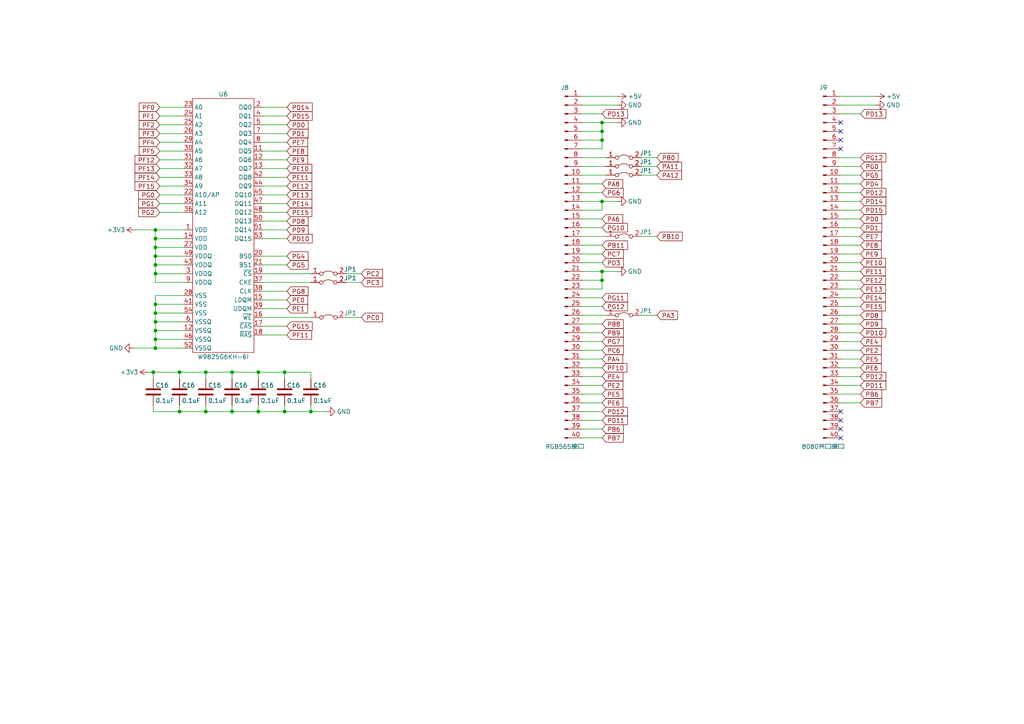
<source format=kicad_sch>
(kicad_sch (version 20230121) (generator eeschema)

  (uuid 2cfa2fa9-3ae6-4494-a93a-3d9f20238049)

  (paper "A4")

  (title_block
    (title "db_gd32f450")
    (date "2023-07-18")
  )

  (lib_symbols
    (symbol "Connector:Conn_01x40_Pin" (pin_names (offset 1.016) hide) (in_bom yes) (on_board yes)
      (property "Reference" "J" (at 0 50.8 0)
        (effects (font (size 1.27 1.27)))
      )
      (property "Value" "Conn_01x40_Pin" (at 0 -53.34 0)
        (effects (font (size 1.27 1.27)))
      )
      (property "Footprint" "" (at 0 0 0)
        (effects (font (size 1.27 1.27)) hide)
      )
      (property "Datasheet" "~" (at 0 0 0)
        (effects (font (size 1.27 1.27)) hide)
      )
      (property "ki_locked" "" (at 0 0 0)
        (effects (font (size 1.27 1.27)))
      )
      (property "ki_keywords" "connector" (at 0 0 0)
        (effects (font (size 1.27 1.27)) hide)
      )
      (property "ki_description" "Generic connector, single row, 01x40, script generated" (at 0 0 0)
        (effects (font (size 1.27 1.27)) hide)
      )
      (property "ki_fp_filters" "Connector*:*_1x??_*" (at 0 0 0)
        (effects (font (size 1.27 1.27)) hide)
      )
      (symbol "Conn_01x40_Pin_1_1"
        (polyline
          (pts
            (xy 1.27 -50.8)
            (xy 0.8636 -50.8)
          )
          (stroke (width 0.1524) (type default))
          (fill (type none))
        )
        (polyline
          (pts
            (xy 1.27 -48.26)
            (xy 0.8636 -48.26)
          )
          (stroke (width 0.1524) (type default))
          (fill (type none))
        )
        (polyline
          (pts
            (xy 1.27 -45.72)
            (xy 0.8636 -45.72)
          )
          (stroke (width 0.1524) (type default))
          (fill (type none))
        )
        (polyline
          (pts
            (xy 1.27 -43.18)
            (xy 0.8636 -43.18)
          )
          (stroke (width 0.1524) (type default))
          (fill (type none))
        )
        (polyline
          (pts
            (xy 1.27 -40.64)
            (xy 0.8636 -40.64)
          )
          (stroke (width 0.1524) (type default))
          (fill (type none))
        )
        (polyline
          (pts
            (xy 1.27 -38.1)
            (xy 0.8636 -38.1)
          )
          (stroke (width 0.1524) (type default))
          (fill (type none))
        )
        (polyline
          (pts
            (xy 1.27 -35.56)
            (xy 0.8636 -35.56)
          )
          (stroke (width 0.1524) (type default))
          (fill (type none))
        )
        (polyline
          (pts
            (xy 1.27 -33.02)
            (xy 0.8636 -33.02)
          )
          (stroke (width 0.1524) (type default))
          (fill (type none))
        )
        (polyline
          (pts
            (xy 1.27 -30.48)
            (xy 0.8636 -30.48)
          )
          (stroke (width 0.1524) (type default))
          (fill (type none))
        )
        (polyline
          (pts
            (xy 1.27 -27.94)
            (xy 0.8636 -27.94)
          )
          (stroke (width 0.1524) (type default))
          (fill (type none))
        )
        (polyline
          (pts
            (xy 1.27 -25.4)
            (xy 0.8636 -25.4)
          )
          (stroke (width 0.1524) (type default))
          (fill (type none))
        )
        (polyline
          (pts
            (xy 1.27 -22.86)
            (xy 0.8636 -22.86)
          )
          (stroke (width 0.1524) (type default))
          (fill (type none))
        )
        (polyline
          (pts
            (xy 1.27 -20.32)
            (xy 0.8636 -20.32)
          )
          (stroke (width 0.1524) (type default))
          (fill (type none))
        )
        (polyline
          (pts
            (xy 1.27 -17.78)
            (xy 0.8636 -17.78)
          )
          (stroke (width 0.1524) (type default))
          (fill (type none))
        )
        (polyline
          (pts
            (xy 1.27 -15.24)
            (xy 0.8636 -15.24)
          )
          (stroke (width 0.1524) (type default))
          (fill (type none))
        )
        (polyline
          (pts
            (xy 1.27 -12.7)
            (xy 0.8636 -12.7)
          )
          (stroke (width 0.1524) (type default))
          (fill (type none))
        )
        (polyline
          (pts
            (xy 1.27 -10.16)
            (xy 0.8636 -10.16)
          )
          (stroke (width 0.1524) (type default))
          (fill (type none))
        )
        (polyline
          (pts
            (xy 1.27 -7.62)
            (xy 0.8636 -7.62)
          )
          (stroke (width 0.1524) (type default))
          (fill (type none))
        )
        (polyline
          (pts
            (xy 1.27 -5.08)
            (xy 0.8636 -5.08)
          )
          (stroke (width 0.1524) (type default))
          (fill (type none))
        )
        (polyline
          (pts
            (xy 1.27 -2.54)
            (xy 0.8636 -2.54)
          )
          (stroke (width 0.1524) (type default))
          (fill (type none))
        )
        (polyline
          (pts
            (xy 1.27 0)
            (xy 0.8636 0)
          )
          (stroke (width 0.1524) (type default))
          (fill (type none))
        )
        (polyline
          (pts
            (xy 1.27 2.54)
            (xy 0.8636 2.54)
          )
          (stroke (width 0.1524) (type default))
          (fill (type none))
        )
        (polyline
          (pts
            (xy 1.27 5.08)
            (xy 0.8636 5.08)
          )
          (stroke (width 0.1524) (type default))
          (fill (type none))
        )
        (polyline
          (pts
            (xy 1.27 7.62)
            (xy 0.8636 7.62)
          )
          (stroke (width 0.1524) (type default))
          (fill (type none))
        )
        (polyline
          (pts
            (xy 1.27 10.16)
            (xy 0.8636 10.16)
          )
          (stroke (width 0.1524) (type default))
          (fill (type none))
        )
        (polyline
          (pts
            (xy 1.27 12.7)
            (xy 0.8636 12.7)
          )
          (stroke (width 0.1524) (type default))
          (fill (type none))
        )
        (polyline
          (pts
            (xy 1.27 15.24)
            (xy 0.8636 15.24)
          )
          (stroke (width 0.1524) (type default))
          (fill (type none))
        )
        (polyline
          (pts
            (xy 1.27 17.78)
            (xy 0.8636 17.78)
          )
          (stroke (width 0.1524) (type default))
          (fill (type none))
        )
        (polyline
          (pts
            (xy 1.27 20.32)
            (xy 0.8636 20.32)
          )
          (stroke (width 0.1524) (type default))
          (fill (type none))
        )
        (polyline
          (pts
            (xy 1.27 22.86)
            (xy 0.8636 22.86)
          )
          (stroke (width 0.1524) (type default))
          (fill (type none))
        )
        (polyline
          (pts
            (xy 1.27 25.4)
            (xy 0.8636 25.4)
          )
          (stroke (width 0.1524) (type default))
          (fill (type none))
        )
        (polyline
          (pts
            (xy 1.27 27.94)
            (xy 0.8636 27.94)
          )
          (stroke (width 0.1524) (type default))
          (fill (type none))
        )
        (polyline
          (pts
            (xy 1.27 30.48)
            (xy 0.8636 30.48)
          )
          (stroke (width 0.1524) (type default))
          (fill (type none))
        )
        (polyline
          (pts
            (xy 1.27 33.02)
            (xy 0.8636 33.02)
          )
          (stroke (width 0.1524) (type default))
          (fill (type none))
        )
        (polyline
          (pts
            (xy 1.27 35.56)
            (xy 0.8636 35.56)
          )
          (stroke (width 0.1524) (type default))
          (fill (type none))
        )
        (polyline
          (pts
            (xy 1.27 38.1)
            (xy 0.8636 38.1)
          )
          (stroke (width 0.1524) (type default))
          (fill (type none))
        )
        (polyline
          (pts
            (xy 1.27 40.64)
            (xy 0.8636 40.64)
          )
          (stroke (width 0.1524) (type default))
          (fill (type none))
        )
        (polyline
          (pts
            (xy 1.27 43.18)
            (xy 0.8636 43.18)
          )
          (stroke (width 0.1524) (type default))
          (fill (type none))
        )
        (polyline
          (pts
            (xy 1.27 45.72)
            (xy 0.8636 45.72)
          )
          (stroke (width 0.1524) (type default))
          (fill (type none))
        )
        (polyline
          (pts
            (xy 1.27 48.26)
            (xy 0.8636 48.26)
          )
          (stroke (width 0.1524) (type default))
          (fill (type none))
        )
        (rectangle (start 0.8636 -50.673) (end 0 -50.927)
          (stroke (width 0.1524) (type default))
          (fill (type outline))
        )
        (rectangle (start 0.8636 -48.133) (end 0 -48.387)
          (stroke (width 0.1524) (type default))
          (fill (type outline))
        )
        (rectangle (start 0.8636 -45.593) (end 0 -45.847)
          (stroke (width 0.1524) (type default))
          (fill (type outline))
        )
        (rectangle (start 0.8636 -43.053) (end 0 -43.307)
          (stroke (width 0.1524) (type default))
          (fill (type outline))
        )
        (rectangle (start 0.8636 -40.513) (end 0 -40.767)
          (stroke (width 0.1524) (type default))
          (fill (type outline))
        )
        (rectangle (start 0.8636 -37.973) (end 0 -38.227)
          (stroke (width 0.1524) (type default))
          (fill (type outline))
        )
        (rectangle (start 0.8636 -35.433) (end 0 -35.687)
          (stroke (width 0.1524) (type default))
          (fill (type outline))
        )
        (rectangle (start 0.8636 -32.893) (end 0 -33.147)
          (stroke (width 0.1524) (type default))
          (fill (type outline))
        )
        (rectangle (start 0.8636 -30.353) (end 0 -30.607)
          (stroke (width 0.1524) (type default))
          (fill (type outline))
        )
        (rectangle (start 0.8636 -27.813) (end 0 -28.067)
          (stroke (width 0.1524) (type default))
          (fill (type outline))
        )
        (rectangle (start 0.8636 -25.273) (end 0 -25.527)
          (stroke (width 0.1524) (type default))
          (fill (type outline))
        )
        (rectangle (start 0.8636 -22.733) (end 0 -22.987)
          (stroke (width 0.1524) (type default))
          (fill (type outline))
        )
        (rectangle (start 0.8636 -20.193) (end 0 -20.447)
          (stroke (width 0.1524) (type default))
          (fill (type outline))
        )
        (rectangle (start 0.8636 -17.653) (end 0 -17.907)
          (stroke (width 0.1524) (type default))
          (fill (type outline))
        )
        (rectangle (start 0.8636 -15.113) (end 0 -15.367)
          (stroke (width 0.1524) (type default))
          (fill (type outline))
        )
        (rectangle (start 0.8636 -12.573) (end 0 -12.827)
          (stroke (width 0.1524) (type default))
          (fill (type outline))
        )
        (rectangle (start 0.8636 -10.033) (end 0 -10.287)
          (stroke (width 0.1524) (type default))
          (fill (type outline))
        )
        (rectangle (start 0.8636 -7.493) (end 0 -7.747)
          (stroke (width 0.1524) (type default))
          (fill (type outline))
        )
        (rectangle (start 0.8636 -4.953) (end 0 -5.207)
          (stroke (width 0.1524) (type default))
          (fill (type outline))
        )
        (rectangle (start 0.8636 -2.413) (end 0 -2.667)
          (stroke (width 0.1524) (type default))
          (fill (type outline))
        )
        (rectangle (start 0.8636 0.127) (end 0 -0.127)
          (stroke (width 0.1524) (type default))
          (fill (type outline))
        )
        (rectangle (start 0.8636 2.667) (end 0 2.413)
          (stroke (width 0.1524) (type default))
          (fill (type outline))
        )
        (rectangle (start 0.8636 5.207) (end 0 4.953)
          (stroke (width 0.1524) (type default))
          (fill (type outline))
        )
        (rectangle (start 0.8636 7.747) (end 0 7.493)
          (stroke (width 0.1524) (type default))
          (fill (type outline))
        )
        (rectangle (start 0.8636 10.287) (end 0 10.033)
          (stroke (width 0.1524) (type default))
          (fill (type outline))
        )
        (rectangle (start 0.8636 12.827) (end 0 12.573)
          (stroke (width 0.1524) (type default))
          (fill (type outline))
        )
        (rectangle (start 0.8636 15.367) (end 0 15.113)
          (stroke (width 0.1524) (type default))
          (fill (type outline))
        )
        (rectangle (start 0.8636 17.907) (end 0 17.653)
          (stroke (width 0.1524) (type default))
          (fill (type outline))
        )
        (rectangle (start 0.8636 20.447) (end 0 20.193)
          (stroke (width 0.1524) (type default))
          (fill (type outline))
        )
        (rectangle (start 0.8636 22.987) (end 0 22.733)
          (stroke (width 0.1524) (type default))
          (fill (type outline))
        )
        (rectangle (start 0.8636 25.527) (end 0 25.273)
          (stroke (width 0.1524) (type default))
          (fill (type outline))
        )
        (rectangle (start 0.8636 28.067) (end 0 27.813)
          (stroke (width 0.1524) (type default))
          (fill (type outline))
        )
        (rectangle (start 0.8636 30.607) (end 0 30.353)
          (stroke (width 0.1524) (type default))
          (fill (type outline))
        )
        (rectangle (start 0.8636 33.147) (end 0 32.893)
          (stroke (width 0.1524) (type default))
          (fill (type outline))
        )
        (rectangle (start 0.8636 35.687) (end 0 35.433)
          (stroke (width 0.1524) (type default))
          (fill (type outline))
        )
        (rectangle (start 0.8636 38.227) (end 0 37.973)
          (stroke (width 0.1524) (type default))
          (fill (type outline))
        )
        (rectangle (start 0.8636 40.767) (end 0 40.513)
          (stroke (width 0.1524) (type default))
          (fill (type outline))
        )
        (rectangle (start 0.8636 43.307) (end 0 43.053)
          (stroke (width 0.1524) (type default))
          (fill (type outline))
        )
        (rectangle (start 0.8636 45.847) (end 0 45.593)
          (stroke (width 0.1524) (type default))
          (fill (type outline))
        )
        (rectangle (start 0.8636 48.387) (end 0 48.133)
          (stroke (width 0.1524) (type default))
          (fill (type outline))
        )
        (pin passive line (at 5.08 48.26 180) (length 3.81)
          (name "Pin_1" (effects (font (size 1.27 1.27))))
          (number "1" (effects (font (size 1.27 1.27))))
        )
        (pin passive line (at 5.08 25.4 180) (length 3.81)
          (name "Pin_10" (effects (font (size 1.27 1.27))))
          (number "10" (effects (font (size 1.27 1.27))))
        )
        (pin passive line (at 5.08 22.86 180) (length 3.81)
          (name "Pin_11" (effects (font (size 1.27 1.27))))
          (number "11" (effects (font (size 1.27 1.27))))
        )
        (pin passive line (at 5.08 20.32 180) (length 3.81)
          (name "Pin_12" (effects (font (size 1.27 1.27))))
          (number "12" (effects (font (size 1.27 1.27))))
        )
        (pin passive line (at 5.08 17.78 180) (length 3.81)
          (name "Pin_13" (effects (font (size 1.27 1.27))))
          (number "13" (effects (font (size 1.27 1.27))))
        )
        (pin passive line (at 5.08 15.24 180) (length 3.81)
          (name "Pin_14" (effects (font (size 1.27 1.27))))
          (number "14" (effects (font (size 1.27 1.27))))
        )
        (pin passive line (at 5.08 12.7 180) (length 3.81)
          (name "Pin_15" (effects (font (size 1.27 1.27))))
          (number "15" (effects (font (size 1.27 1.27))))
        )
        (pin passive line (at 5.08 10.16 180) (length 3.81)
          (name "Pin_16" (effects (font (size 1.27 1.27))))
          (number "16" (effects (font (size 1.27 1.27))))
        )
        (pin passive line (at 5.08 7.62 180) (length 3.81)
          (name "Pin_17" (effects (font (size 1.27 1.27))))
          (number "17" (effects (font (size 1.27 1.27))))
        )
        (pin passive line (at 5.08 5.08 180) (length 3.81)
          (name "Pin_18" (effects (font (size 1.27 1.27))))
          (number "18" (effects (font (size 1.27 1.27))))
        )
        (pin passive line (at 5.08 2.54 180) (length 3.81)
          (name "Pin_19" (effects (font (size 1.27 1.27))))
          (number "19" (effects (font (size 1.27 1.27))))
        )
        (pin passive line (at 5.08 45.72 180) (length 3.81)
          (name "Pin_2" (effects (font (size 1.27 1.27))))
          (number "2" (effects (font (size 1.27 1.27))))
        )
        (pin passive line (at 5.08 0 180) (length 3.81)
          (name "Pin_20" (effects (font (size 1.27 1.27))))
          (number "20" (effects (font (size 1.27 1.27))))
        )
        (pin passive line (at 5.08 -2.54 180) (length 3.81)
          (name "Pin_21" (effects (font (size 1.27 1.27))))
          (number "21" (effects (font (size 1.27 1.27))))
        )
        (pin passive line (at 5.08 -5.08 180) (length 3.81)
          (name "Pin_22" (effects (font (size 1.27 1.27))))
          (number "22" (effects (font (size 1.27 1.27))))
        )
        (pin passive line (at 5.08 -7.62 180) (length 3.81)
          (name "Pin_23" (effects (font (size 1.27 1.27))))
          (number "23" (effects (font (size 1.27 1.27))))
        )
        (pin passive line (at 5.08 -10.16 180) (length 3.81)
          (name "Pin_24" (effects (font (size 1.27 1.27))))
          (number "24" (effects (font (size 1.27 1.27))))
        )
        (pin passive line (at 5.08 -12.7 180) (length 3.81)
          (name "Pin_25" (effects (font (size 1.27 1.27))))
          (number "25" (effects (font (size 1.27 1.27))))
        )
        (pin passive line (at 5.08 -15.24 180) (length 3.81)
          (name "Pin_26" (effects (font (size 1.27 1.27))))
          (number "26" (effects (font (size 1.27 1.27))))
        )
        (pin passive line (at 5.08 -17.78 180) (length 3.81)
          (name "Pin_27" (effects (font (size 1.27 1.27))))
          (number "27" (effects (font (size 1.27 1.27))))
        )
        (pin passive line (at 5.08 -20.32 180) (length 3.81)
          (name "Pin_28" (effects (font (size 1.27 1.27))))
          (number "28" (effects (font (size 1.27 1.27))))
        )
        (pin passive line (at 5.08 -22.86 180) (length 3.81)
          (name "Pin_29" (effects (font (size 1.27 1.27))))
          (number "29" (effects (font (size 1.27 1.27))))
        )
        (pin passive line (at 5.08 43.18 180) (length 3.81)
          (name "Pin_3" (effects (font (size 1.27 1.27))))
          (number "3" (effects (font (size 1.27 1.27))))
        )
        (pin passive line (at 5.08 -25.4 180) (length 3.81)
          (name "Pin_30" (effects (font (size 1.27 1.27))))
          (number "30" (effects (font (size 1.27 1.27))))
        )
        (pin passive line (at 5.08 -27.94 180) (length 3.81)
          (name "Pin_31" (effects (font (size 1.27 1.27))))
          (number "31" (effects (font (size 1.27 1.27))))
        )
        (pin passive line (at 5.08 -30.48 180) (length 3.81)
          (name "Pin_32" (effects (font (size 1.27 1.27))))
          (number "32" (effects (font (size 1.27 1.27))))
        )
        (pin passive line (at 5.08 -33.02 180) (length 3.81)
          (name "Pin_33" (effects (font (size 1.27 1.27))))
          (number "33" (effects (font (size 1.27 1.27))))
        )
        (pin passive line (at 5.08 -35.56 180) (length 3.81)
          (name "Pin_34" (effects (font (size 1.27 1.27))))
          (number "34" (effects (font (size 1.27 1.27))))
        )
        (pin passive line (at 5.08 -38.1 180) (length 3.81)
          (name "Pin_35" (effects (font (size 1.27 1.27))))
          (number "35" (effects (font (size 1.27 1.27))))
        )
        (pin passive line (at 5.08 -40.64 180) (length 3.81)
          (name "Pin_36" (effects (font (size 1.27 1.27))))
          (number "36" (effects (font (size 1.27 1.27))))
        )
        (pin passive line (at 5.08 -43.18 180) (length 3.81)
          (name "Pin_37" (effects (font (size 1.27 1.27))))
          (number "37" (effects (font (size 1.27 1.27))))
        )
        (pin passive line (at 5.08 -45.72 180) (length 3.81)
          (name "Pin_38" (effects (font (size 1.27 1.27))))
          (number "38" (effects (font (size 1.27 1.27))))
        )
        (pin passive line (at 5.08 -48.26 180) (length 3.81)
          (name "Pin_39" (effects (font (size 1.27 1.27))))
          (number "39" (effects (font (size 1.27 1.27))))
        )
        (pin passive line (at 5.08 40.64 180) (length 3.81)
          (name "Pin_4" (effects (font (size 1.27 1.27))))
          (number "4" (effects (font (size 1.27 1.27))))
        )
        (pin passive line (at 5.08 -50.8 180) (length 3.81)
          (name "Pin_40" (effects (font (size 1.27 1.27))))
          (number "40" (effects (font (size 1.27 1.27))))
        )
        (pin passive line (at 5.08 38.1 180) (length 3.81)
          (name "Pin_5" (effects (font (size 1.27 1.27))))
          (number "5" (effects (font (size 1.27 1.27))))
        )
        (pin passive line (at 5.08 35.56 180) (length 3.81)
          (name "Pin_6" (effects (font (size 1.27 1.27))))
          (number "6" (effects (font (size 1.27 1.27))))
        )
        (pin passive line (at 5.08 33.02 180) (length 3.81)
          (name "Pin_7" (effects (font (size 1.27 1.27))))
          (number "7" (effects (font (size 1.27 1.27))))
        )
        (pin passive line (at 5.08 30.48 180) (length 3.81)
          (name "Pin_8" (effects (font (size 1.27 1.27))))
          (number "8" (effects (font (size 1.27 1.27))))
        )
        (pin passive line (at 5.08 27.94 180) (length 3.81)
          (name "Pin_9" (effects (font (size 1.27 1.27))))
          (number "9" (effects (font (size 1.27 1.27))))
        )
      )
    )
    (symbol "Device:C" (pin_numbers hide) (pin_names (offset 0.254)) (in_bom yes) (on_board yes)
      (property "Reference" "C" (at 0.635 2.54 0)
        (effects (font (size 1.27 1.27)) (justify left))
      )
      (property "Value" "C" (at 0.635 -2.54 0)
        (effects (font (size 1.27 1.27)) (justify left))
      )
      (property "Footprint" "" (at 0.9652 -3.81 0)
        (effects (font (size 1.27 1.27)) hide)
      )
      (property "Datasheet" "~" (at 0 0 0)
        (effects (font (size 1.27 1.27)) hide)
      )
      (property "ki_keywords" "cap capacitor" (at 0 0 0)
        (effects (font (size 1.27 1.27)) hide)
      )
      (property "ki_description" "Unpolarized capacitor" (at 0 0 0)
        (effects (font (size 1.27 1.27)) hide)
      )
      (property "ki_fp_filters" "C_*" (at 0 0 0)
        (effects (font (size 1.27 1.27)) hide)
      )
      (symbol "C_0_1"
        (polyline
          (pts
            (xy -2.032 -0.762)
            (xy 2.032 -0.762)
          )
          (stroke (width 0.508) (type default))
          (fill (type none))
        )
        (polyline
          (pts
            (xy -2.032 0.762)
            (xy 2.032 0.762)
          )
          (stroke (width 0.508) (type default))
          (fill (type none))
        )
      )
      (symbol "C_1_1"
        (pin passive line (at 0 3.81 270) (length 2.794)
          (name "~" (effects (font (size 1.27 1.27))))
          (number "1" (effects (font (size 1.27 1.27))))
        )
        (pin passive line (at 0 -3.81 90) (length 2.794)
          (name "~" (effects (font (size 1.27 1.27))))
          (number "2" (effects (font (size 1.27 1.27))))
        )
      )
    )
    (symbol "Jumper:Jumper_2_Bridged" (pin_names (offset 0) hide) (in_bom yes) (on_board yes)
      (property "Reference" "JP" (at 0 1.905 0)
        (effects (font (size 1.27 1.27)))
      )
      (property "Value" "Jumper_2_Bridged" (at 0 -2.54 0)
        (effects (font (size 1.27 1.27)))
      )
      (property "Footprint" "" (at 0 0 0)
        (effects (font (size 1.27 1.27)) hide)
      )
      (property "Datasheet" "~" (at 0 0 0)
        (effects (font (size 1.27 1.27)) hide)
      )
      (property "ki_keywords" "Jumper SPST" (at 0 0 0)
        (effects (font (size 1.27 1.27)) hide)
      )
      (property "ki_description" "Jumper, 2-pole, closed/bridged" (at 0 0 0)
        (effects (font (size 1.27 1.27)) hide)
      )
      (property "ki_fp_filters" "Jumper* TestPoint*2Pads* TestPoint*Bridge*" (at 0 0 0)
        (effects (font (size 1.27 1.27)) hide)
      )
      (symbol "Jumper_2_Bridged_0_0"
        (circle (center -2.032 0) (radius 0.508)
          (stroke (width 0) (type default))
          (fill (type none))
        )
        (circle (center 2.032 0) (radius 0.508)
          (stroke (width 0) (type default))
          (fill (type none))
        )
      )
      (symbol "Jumper_2_Bridged_0_1"
        (arc (start 1.524 0.254) (mid 0 0.762) (end -1.524 0.254)
          (stroke (width 0) (type default))
          (fill (type none))
        )
      )
      (symbol "Jumper_2_Bridged_1_1"
        (pin passive line (at -5.08 0 0) (length 2.54)
          (name "A" (effects (font (size 1.27 1.27))))
          (number "1" (effects (font (size 1.27 1.27))))
        )
        (pin passive line (at 5.08 0 180) (length 2.54)
          (name "B" (effects (font (size 1.27 1.27))))
          (number "2" (effects (font (size 1.27 1.27))))
        )
      )
    )
    (symbol "os_memory_libary:W9825G6KH-6I" (in_bom yes) (on_board yes)
      (property "Reference" "U" (at 0 1.27 0)
        (effects (font (size 1.27 1.27)))
      )
      (property "Value" "W9825G6KH-6I" (at 0 -74.93 0)
        (effects (font (size 1.27 1.27)))
      )
      (property "Footprint" "" (at 0 0 0)
        (effects (font (size 1.27 1.27)) hide)
      )
      (property "Datasheet" "" (at 0 0 0)
        (effects (font (size 1.27 1.27)) hide)
      )
      (property "ki_keywords" "SRAM" (at 0 0 0)
        (effects (font (size 1.27 1.27)) hide)
      )
      (property "ki_description" "SDRAM,256Mb(32MB,16Mbx16),3.3v工业级-40°C~85°C,166MHz/CL3 or 133MHz/CL2" (at 0 0 0)
        (effects (font (size 1.27 1.27)) hide)
      )
      (symbol "W9825G6KH-6I_0_1"
        (rectangle (start -8.89 0) (end 8.89 -73.66)
          (stroke (width 0) (type default))
          (fill (type none))
        )
      )
      (symbol "W9825G6KH-6I_1_1"
        (pin passive line (at -11.43 -38.1 0) (length 2.54)
          (name "VDD" (effects (font (size 1.27 1.27))))
          (number "1" (effects (font (size 1.27 1.27))))
        )
        (pin passive line (at 11.43 -15.24 180) (length 2.54)
          (name "DQ5" (effects (font (size 1.27 1.27))))
          (number "11" (effects (font (size 1.27 1.27))))
        )
        (pin passive line (at 11.43 -17.78 180) (length 2.54)
          (name "DQ6" (effects (font (size 1.27 1.27))))
          (number "12" (effects (font (size 1.27 1.27))))
        )
        (pin passive line (at -11.43 -67.31 0) (length 2.54)
          (name "VSSQ" (effects (font (size 1.27 1.27))))
          (number "12" (effects (font (size 1.27 1.27))))
        )
        (pin passive line (at 11.43 -20.32 180) (length 2.54)
          (name "DQ7" (effects (font (size 1.27 1.27))))
          (number "13" (effects (font (size 1.27 1.27))))
        )
        (pin passive line (at -11.43 -40.64 0) (length 2.54)
          (name "VDD" (effects (font (size 1.27 1.27))))
          (number "14" (effects (font (size 1.27 1.27))))
        )
        (pin passive line (at 11.43 -58.42 180) (length 2.54)
          (name "LDQM" (effects (font (size 1.27 1.27))))
          (number "15" (effects (font (size 1.27 1.27))))
        )
        (pin passive line (at 11.43 -63.5 180) (length 2.54)
          (name "~{WE}" (effects (font (size 1.27 1.27))))
          (number "16" (effects (font (size 1.27 1.27))))
        )
        (pin passive line (at 11.43 -66.04 180) (length 2.54)
          (name "~{CAS}" (effects (font (size 1.27 1.27))))
          (number "17" (effects (font (size 1.27 1.27))))
        )
        (pin passive line (at 11.43 -68.58 180) (length 2.54)
          (name "~{RAS}" (effects (font (size 1.27 1.27))))
          (number "18" (effects (font (size 1.27 1.27))))
        )
        (pin passive line (at 11.43 -50.8 180) (length 2.54)
          (name "~{CS}" (effects (font (size 1.27 1.27))))
          (number "19" (effects (font (size 1.27 1.27))))
        )
        (pin passive line (at 11.43 -2.54 180) (length 2.54)
          (name "DQ0" (effects (font (size 1.27 1.27))))
          (number "2" (effects (font (size 1.27 1.27))))
        )
        (pin passive line (at 11.43 -45.72 180) (length 2.54)
          (name "BS0" (effects (font (size 1.27 1.27))))
          (number "20" (effects (font (size 1.27 1.27))))
        )
        (pin passive line (at 11.43 -48.26 180) (length 2.54)
          (name "BS1" (effects (font (size 1.27 1.27))))
          (number "21" (effects (font (size 1.27 1.27))))
        )
        (pin passive line (at -11.43 -27.94 0) (length 2.54)
          (name "A10/AP" (effects (font (size 1.27 1.27))))
          (number "22" (effects (font (size 1.27 1.27))))
        )
        (pin passive line (at -11.43 -2.54 0) (length 2.54)
          (name "A0" (effects (font (size 1.27 1.27))))
          (number "23" (effects (font (size 1.27 1.27))))
        )
        (pin passive line (at -11.43 -5.08 0) (length 2.54)
          (name "A1" (effects (font (size 1.27 1.27))))
          (number "24" (effects (font (size 1.27 1.27))))
        )
        (pin passive line (at -11.43 -7.62 0) (length 2.54)
          (name "A2" (effects (font (size 1.27 1.27))))
          (number "25" (effects (font (size 1.27 1.27))))
        )
        (pin passive line (at -11.43 -10.16 0) (length 2.54)
          (name "A3" (effects (font (size 1.27 1.27))))
          (number "26" (effects (font (size 1.27 1.27))))
        )
        (pin passive line (at -11.43 -43.18 0) (length 2.54)
          (name "VDD" (effects (font (size 1.27 1.27))))
          (number "27" (effects (font (size 1.27 1.27))))
        )
        (pin passive line (at -11.43 -57.15 0) (length 2.54)
          (name "VSS" (effects (font (size 1.27 1.27))))
          (number "28" (effects (font (size 1.27 1.27))))
        )
        (pin passive line (at -11.43 -12.7 0) (length 2.54)
          (name "A4" (effects (font (size 1.27 1.27))))
          (number "29" (effects (font (size 1.27 1.27))))
        )
        (pin passive line (at -11.43 -50.8 0) (length 2.54)
          (name "VDDQ" (effects (font (size 1.27 1.27))))
          (number "3" (effects (font (size 1.27 1.27))))
        )
        (pin passive line (at -11.43 -15.24 0) (length 2.54)
          (name "A5" (effects (font (size 1.27 1.27))))
          (number "30" (effects (font (size 1.27 1.27))))
        )
        (pin passive line (at -11.43 -17.78 0) (length 2.54)
          (name "A6" (effects (font (size 1.27 1.27))))
          (number "31" (effects (font (size 1.27 1.27))))
        )
        (pin passive line (at -11.43 -20.32 0) (length 2.54)
          (name "A7" (effects (font (size 1.27 1.27))))
          (number "32" (effects (font (size 1.27 1.27))))
        )
        (pin passive line (at -11.43 -22.86 0) (length 2.54)
          (name "A8" (effects (font (size 1.27 1.27))))
          (number "33" (effects (font (size 1.27 1.27))))
        )
        (pin passive line (at -11.43 -25.4 0) (length 2.54)
          (name "A9" (effects (font (size 1.27 1.27))))
          (number "34" (effects (font (size 1.27 1.27))))
        )
        (pin passive line (at -11.43 -30.48 0) (length 2.54)
          (name "A11" (effects (font (size 1.27 1.27))))
          (number "35" (effects (font (size 1.27 1.27))))
        )
        (pin passive line (at -11.43 -33.02 0) (length 2.54)
          (name "A12" (effects (font (size 1.27 1.27))))
          (number "36" (effects (font (size 1.27 1.27))))
        )
        (pin passive line (at 11.43 -53.34 180) (length 2.54)
          (name "CKE" (effects (font (size 1.27 1.27))))
          (number "37" (effects (font (size 1.27 1.27))))
        )
        (pin passive line (at 11.43 -55.88 180) (length 2.54)
          (name "CLK" (effects (font (size 1.27 1.27))))
          (number "38" (effects (font (size 1.27 1.27))))
        )
        (pin passive line (at 11.43 -60.96 180) (length 2.54)
          (name "UDQM" (effects (font (size 1.27 1.27))))
          (number "39" (effects (font (size 1.27 1.27))))
        )
        (pin passive line (at 11.43 -5.08 180) (length 2.54)
          (name "DQ1" (effects (font (size 1.27 1.27))))
          (number "4" (effects (font (size 1.27 1.27))))
        )
        (pin passive line (at -11.43 -59.69 0) (length 2.54)
          (name "VSS" (effects (font (size 1.27 1.27))))
          (number "41" (effects (font (size 1.27 1.27))))
        )
        (pin passive line (at 11.43 -22.86 180) (length 2.54)
          (name "DQ8" (effects (font (size 1.27 1.27))))
          (number "42" (effects (font (size 1.27 1.27))))
        )
        (pin passive line (at -11.43 -48.26 0) (length 2.54)
          (name "VDDQ" (effects (font (size 1.27 1.27))))
          (number "43" (effects (font (size 1.27 1.27))))
        )
        (pin passive line (at 11.43 -25.4 180) (length 2.54)
          (name "DQ9" (effects (font (size 1.27 1.27))))
          (number "44" (effects (font (size 1.27 1.27))))
        )
        (pin passive line (at 11.43 -27.94 180) (length 2.54)
          (name "DQ10" (effects (font (size 1.27 1.27))))
          (number "45" (effects (font (size 1.27 1.27))))
        )
        (pin passive line (at -11.43 -69.85 0) (length 2.54)
          (name "VSSQ" (effects (font (size 1.27 1.27))))
          (number "46" (effects (font (size 1.27 1.27))))
        )
        (pin passive line (at 11.43 -30.48 180) (length 2.54)
          (name "DQ11" (effects (font (size 1.27 1.27))))
          (number "47" (effects (font (size 1.27 1.27))))
        )
        (pin passive line (at 11.43 -33.02 180) (length 2.54)
          (name "DQ12" (effects (font (size 1.27 1.27))))
          (number "48" (effects (font (size 1.27 1.27))))
        )
        (pin passive line (at -11.43 -45.72 0) (length 2.54)
          (name "VDDQ" (effects (font (size 1.27 1.27))))
          (number "49" (effects (font (size 1.27 1.27))))
        )
        (pin passive line (at 11.43 -7.62 180) (length 2.54)
          (name "DQ2" (effects (font (size 1.27 1.27))))
          (number "5" (effects (font (size 1.27 1.27))))
        )
        (pin passive line (at 11.43 -35.56 180) (length 2.54)
          (name "DQ13" (effects (font (size 1.27 1.27))))
          (number "50" (effects (font (size 1.27 1.27))))
        )
        (pin passive line (at 11.43 -38.1 180) (length 2.54)
          (name "DQ14" (effects (font (size 1.27 1.27))))
          (number "51" (effects (font (size 1.27 1.27))))
        )
        (pin passive line (at -11.43 -72.39 0) (length 2.54)
          (name "VSSQ" (effects (font (size 1.27 1.27))))
          (number "52" (effects (font (size 1.27 1.27))))
        )
        (pin passive line (at 11.43 -40.64 180) (length 2.54)
          (name "DQ15" (effects (font (size 1.27 1.27))))
          (number "53" (effects (font (size 1.27 1.27))))
        )
        (pin passive line (at -11.43 -62.23 0) (length 2.54)
          (name "VSS" (effects (font (size 1.27 1.27))))
          (number "54" (effects (font (size 1.27 1.27))))
        )
        (pin passive line (at -11.43 -64.77 0) (length 2.54)
          (name "VSSQ" (effects (font (size 1.27 1.27))))
          (number "6" (effects (font (size 1.27 1.27))))
        )
        (pin passive line (at 11.43 -10.16 180) (length 2.54)
          (name "DQ3" (effects (font (size 1.27 1.27))))
          (number "7" (effects (font (size 1.27 1.27))))
        )
        (pin passive line (at 11.43 -12.7 180) (length 2.54)
          (name "DQ4" (effects (font (size 1.27 1.27))))
          (number "8" (effects (font (size 1.27 1.27))))
        )
        (pin passive line (at -11.43 -53.34 0) (length 2.54)
          (name "VDDQ" (effects (font (size 1.27 1.27))))
          (number "9" (effects (font (size 1.27 1.27))))
        )
      )
    )
    (symbol "power:+3V3" (power) (pin_names (offset 0)) (in_bom yes) (on_board yes)
      (property "Reference" "#PWR" (at 0 -3.81 0)
        (effects (font (size 1.27 1.27)) hide)
      )
      (property "Value" "+3V3" (at 0 3.556 0)
        (effects (font (size 1.27 1.27)))
      )
      (property "Footprint" "" (at 0 0 0)
        (effects (font (size 1.27 1.27)) hide)
      )
      (property "Datasheet" "" (at 0 0 0)
        (effects (font (size 1.27 1.27)) hide)
      )
      (property "ki_keywords" "global power" (at 0 0 0)
        (effects (font (size 1.27 1.27)) hide)
      )
      (property "ki_description" "Power symbol creates a global label with name \"+3V3\"" (at 0 0 0)
        (effects (font (size 1.27 1.27)) hide)
      )
      (symbol "+3V3_0_1"
        (polyline
          (pts
            (xy -0.762 1.27)
            (xy 0 2.54)
          )
          (stroke (width 0) (type default))
          (fill (type none))
        )
        (polyline
          (pts
            (xy 0 0)
            (xy 0 2.54)
          )
          (stroke (width 0) (type default))
          (fill (type none))
        )
        (polyline
          (pts
            (xy 0 2.54)
            (xy 0.762 1.27)
          )
          (stroke (width 0) (type default))
          (fill (type none))
        )
      )
      (symbol "+3V3_1_1"
        (pin power_in line (at 0 0 90) (length 0) hide
          (name "+3V3" (effects (font (size 1.27 1.27))))
          (number "1" (effects (font (size 1.27 1.27))))
        )
      )
    )
    (symbol "power:+5V" (power) (pin_names (offset 0)) (in_bom yes) (on_board yes)
      (property "Reference" "#PWR" (at 0 -3.81 0)
        (effects (font (size 1.27 1.27)) hide)
      )
      (property "Value" "+5V" (at 0 3.556 0)
        (effects (font (size 1.27 1.27)))
      )
      (property "Footprint" "" (at 0 0 0)
        (effects (font (size 1.27 1.27)) hide)
      )
      (property "Datasheet" "" (at 0 0 0)
        (effects (font (size 1.27 1.27)) hide)
      )
      (property "ki_keywords" "global power" (at 0 0 0)
        (effects (font (size 1.27 1.27)) hide)
      )
      (property "ki_description" "Power symbol creates a global label with name \"+5V\"" (at 0 0 0)
        (effects (font (size 1.27 1.27)) hide)
      )
      (symbol "+5V_0_1"
        (polyline
          (pts
            (xy -0.762 1.27)
            (xy 0 2.54)
          )
          (stroke (width 0) (type default))
          (fill (type none))
        )
        (polyline
          (pts
            (xy 0 0)
            (xy 0 2.54)
          )
          (stroke (width 0) (type default))
          (fill (type none))
        )
        (polyline
          (pts
            (xy 0 2.54)
            (xy 0.762 1.27)
          )
          (stroke (width 0) (type default))
          (fill (type none))
        )
      )
      (symbol "+5V_1_1"
        (pin power_in line (at 0 0 90) (length 0) hide
          (name "+5V" (effects (font (size 1.27 1.27))))
          (number "1" (effects (font (size 1.27 1.27))))
        )
      )
    )
    (symbol "power:GND" (power) (pin_names (offset 0)) (in_bom yes) (on_board yes)
      (property "Reference" "#PWR" (at 0 -6.35 0)
        (effects (font (size 1.27 1.27)) hide)
      )
      (property "Value" "GND" (at 0 -3.81 0)
        (effects (font (size 1.27 1.27)))
      )
      (property "Footprint" "" (at 0 0 0)
        (effects (font (size 1.27 1.27)) hide)
      )
      (property "Datasheet" "" (at 0 0 0)
        (effects (font (size 1.27 1.27)) hide)
      )
      (property "ki_keywords" "global power" (at 0 0 0)
        (effects (font (size 1.27 1.27)) hide)
      )
      (property "ki_description" "Power symbol creates a global label with name \"GND\" , ground" (at 0 0 0)
        (effects (font (size 1.27 1.27)) hide)
      )
      (symbol "GND_0_1"
        (polyline
          (pts
            (xy 0 0)
            (xy 0 -1.27)
            (xy 1.27 -1.27)
            (xy 0 -2.54)
            (xy -1.27 -1.27)
            (xy 0 -1.27)
          )
          (stroke (width 0) (type default))
          (fill (type none))
        )
      )
      (symbol "GND_1_1"
        (pin power_in line (at 0 0 270) (length 0) hide
          (name "GND" (effects (font (size 1.27 1.27))))
          (number "1" (effects (font (size 1.27 1.27))))
        )
      )
    )
  )

  (junction (at 67.31 119.38) (diameter 0) (color 0 0 0 0)
    (uuid 08d3c618-e159-4326-a0e3-034fc42961cc)
  )
  (junction (at 174.625 78.74) (diameter 0) (color 0 0 0 0)
    (uuid 0a658f08-c786-4eb8-aba4-cdaada5e95cc)
  )
  (junction (at 90.17 119.38) (diameter 0) (color 0 0 0 0)
    (uuid 14491e81-dfbd-4bfb-b7a3-039b1baa5243)
  )
  (junction (at 45.085 100.965) (diameter 0) (color 0 0 0 0)
    (uuid 158eb10b-fb80-4053-b439-c4ddcf050e17)
  )
  (junction (at 45.085 66.675) (diameter 0) (color 0 0 0 0)
    (uuid 1ad1c5ce-903b-4874-894d-84703bf05a58)
  )
  (junction (at 174.625 38.1) (diameter 0) (color 0 0 0 0)
    (uuid 2306eb6d-9bf0-4fd3-b6cf-118cf956fc23)
  )
  (junction (at 45.085 69.215) (diameter 0) (color 0 0 0 0)
    (uuid 35abccff-61cf-4121-8cf3-9dfaedf074fc)
  )
  (junction (at 174.625 81.28) (diameter 0) (color 0 0 0 0)
    (uuid 35c39139-7cdc-4a62-ac31-ebc10857691d)
  )
  (junction (at 44.45 107.95) (diameter 0) (color 0 0 0 0)
    (uuid 3dd7de18-bc44-4178-8e50-ad4d749df585)
  )
  (junction (at 45.085 88.265) (diameter 0) (color 0 0 0 0)
    (uuid 5a05468c-163b-4667-a83d-f0339e94d532)
  )
  (junction (at 45.085 79.375) (diameter 0) (color 0 0 0 0)
    (uuid 5fc31afa-ef77-4e0a-bd5c-7ae23a9c01a7)
  )
  (junction (at 174.625 35.56) (diameter 0) (color 0 0 0 0)
    (uuid 79ae7d13-0cea-477d-8f32-25404eef637f)
  )
  (junction (at 174.625 40.64) (diameter 0) (color 0 0 0 0)
    (uuid 8b98e0a9-cb04-4217-a01a-156828c09c16)
  )
  (junction (at 82.55 107.95) (diameter 0) (color 0 0 0 0)
    (uuid 947845c6-5fa9-426f-9a8f-14127cf64064)
  )
  (junction (at 74.93 119.38) (diameter 0) (color 0 0 0 0)
    (uuid 966b9c50-5aac-4a9e-9bc3-39c6bf4cce93)
  )
  (junction (at 45.085 93.345) (diameter 0) (color 0 0 0 0)
    (uuid 96bf45f5-d22d-4323-a18c-c04170f37114)
  )
  (junction (at 82.55 119.38) (diameter 0) (color 0 0 0 0)
    (uuid 9976b7bb-993c-4560-93b2-53df3cb59874)
  )
  (junction (at 52.07 107.95) (diameter 0) (color 0 0 0 0)
    (uuid 9be88552-a234-4137-9148-51dd6874ee72)
  )
  (junction (at 52.07 119.38) (diameter 0) (color 0 0 0 0)
    (uuid 9cb4dfa4-f81a-4ae9-9445-4494da07af99)
  )
  (junction (at 45.085 95.885) (diameter 0) (color 0 0 0 0)
    (uuid b8d19190-eb11-4b81-a575-a3836f4f1863)
  )
  (junction (at 174.625 58.42) (diameter 0) (color 0 0 0 0)
    (uuid b916ef5e-6a1b-4c88-9087-bcb1fcacc61c)
  )
  (junction (at 45.085 90.805) (diameter 0) (color 0 0 0 0)
    (uuid b99a13d2-8a63-4b87-80e3-bac71cb6ce21)
  )
  (junction (at 59.69 107.95) (diameter 0) (color 0 0 0 0)
    (uuid d131f1b8-563f-4202-a51e-871beb948a7e)
  )
  (junction (at 67.31 107.95) (diameter 0) (color 0 0 0 0)
    (uuid df216977-4e04-4e36-bfc8-daa301b99c21)
  )
  (junction (at 59.69 119.38) (diameter 0) (color 0 0 0 0)
    (uuid e66ce366-1ed6-4e68-9277-972df69dd10e)
  )
  (junction (at 45.085 98.425) (diameter 0) (color 0 0 0 0)
    (uuid e7379af1-ad43-4db7-b8a1-b360b6972d8a)
  )
  (junction (at 74.93 107.95) (diameter 0) (color 0 0 0 0)
    (uuid ebcf18a5-fb4a-4ff8-acf4-2c51a9f739f2)
  )
  (junction (at 45.085 71.755) (diameter 0) (color 0 0 0 0)
    (uuid ee8e6c6f-6182-4076-9007-ff548bb1fdd4)
  )
  (junction (at 45.085 74.295) (diameter 0) (color 0 0 0 0)
    (uuid efa3a72f-1981-4923-9f49-b126f5b17815)
  )
  (junction (at 45.085 76.835) (diameter 0) (color 0 0 0 0)
    (uuid fc4273ba-9bf1-4fcf-9731-5c5384481272)
  )

  (no_connect (at 243.84 40.64) (uuid 3695bd3e-1210-4496-820c-96823ca8fc70))
  (no_connect (at 243.84 127) (uuid 4049baf3-1ccf-42cb-b87e-d77c9cc91fae))
  (no_connect (at 243.84 121.92) (uuid 4c3c421e-be1d-4439-8351-48dadb1b2209))
  (no_connect (at 243.84 119.38) (uuid 7b5c864d-503e-4662-807e-87191e01a231))
  (no_connect (at 243.84 124.46) (uuid 7da65ca1-537f-4a6c-99ff-13ad9d3810c3))
  (no_connect (at 243.84 43.18) (uuid b1fea6bd-56bb-44bc-acf3-1609fe80e870))
  (no_connect (at 243.84 35.56) (uuid d2fe2bf5-d586-4fca-9681-69bfe7f23840))
  (no_connect (at 243.84 38.1) (uuid f30ccd1b-eebc-457d-8e0c-8bb8436e7696))

  (wire (pts (xy 243.84 78.74) (xy 249.555 78.74))
    (stroke (width 0) (type default))
    (uuid 0246a693-2e92-4d4f-a066-fc02ffade385)
  )
  (wire (pts (xy 82.55 119.38) (xy 90.17 119.38))
    (stroke (width 0) (type default))
    (uuid 061a40b0-51fc-4f14-840f-9890a0884beb)
  )
  (wire (pts (xy 45.085 85.725) (xy 45.085 88.265))
    (stroke (width 0) (type default))
    (uuid 078baae4-9555-423e-a1b8-324f0e51c718)
  )
  (wire (pts (xy 76.2 56.515) (xy 83.185 56.515))
    (stroke (width 0) (type default))
    (uuid 082f3d35-c200-4a10-9524-9210614e81c9)
  )
  (wire (pts (xy 59.69 107.95) (xy 67.31 107.95))
    (stroke (width 0) (type default))
    (uuid 0834f8fc-1a3e-4277-bafd-b804a222da45)
  )
  (wire (pts (xy 59.69 117.475) (xy 59.69 119.38))
    (stroke (width 0) (type default))
    (uuid 094630fa-e694-4417-827d-51206417b419)
  )
  (wire (pts (xy 53.34 46.355) (xy 46.355 46.355))
    (stroke (width 0) (type default))
    (uuid 09c97b1b-bfaf-4a8b-ac74-1d6fdee02f8f)
  )
  (wire (pts (xy 76.2 74.295) (xy 83.185 74.295))
    (stroke (width 0) (type default))
    (uuid 0a9994ff-ebd2-4b49-93a1-e30b687a7a85)
  )
  (wire (pts (xy 243.84 116.84) (xy 249.555 116.84))
    (stroke (width 0) (type default))
    (uuid 0cda95fb-67b5-4d79-99e8-d50a02de5bf0)
  )
  (wire (pts (xy 243.84 33.02) (xy 249.555 33.02))
    (stroke (width 0) (type default))
    (uuid 0d5b711a-9ee9-4e31-bb5a-453bdf0d2289)
  )
  (wire (pts (xy 74.93 107.95) (xy 82.55 107.95))
    (stroke (width 0) (type default))
    (uuid 104731a7-0f28-4ed4-a613-677b0a6458d1)
  )
  (wire (pts (xy 45.085 90.805) (xy 45.085 93.345))
    (stroke (width 0) (type default))
    (uuid 130336e5-6da5-4416-8870-b2d6c2a26f00)
  )
  (wire (pts (xy 168.91 58.42) (xy 174.625 58.42))
    (stroke (width 0) (type default))
    (uuid 13c3a741-e135-4f1c-a284-8f036aacbdfd)
  )
  (wire (pts (xy 168.91 116.84) (xy 174.625 116.84))
    (stroke (width 0) (type default))
    (uuid 14fdd3e4-f6a4-4e1d-aee8-20a21e94c9f5)
  )
  (wire (pts (xy 168.91 40.64) (xy 174.625 40.64))
    (stroke (width 0) (type default))
    (uuid 195d8dc3-9d42-44e4-b9f0-f09a1822e80b)
  )
  (wire (pts (xy 53.34 53.975) (xy 46.355 53.975))
    (stroke (width 0) (type default))
    (uuid 19ecb2cb-a349-42af-983f-564ad99d5926)
  )
  (wire (pts (xy 45.085 79.375) (xy 45.085 81.915))
    (stroke (width 0) (type default))
    (uuid 1b37a179-8d5f-48d5-a4ea-2cddaf8262b0)
  )
  (wire (pts (xy 168.91 76.2) (xy 174.625 76.2))
    (stroke (width 0) (type default))
    (uuid 1f125cd4-9ed2-4a98-a206-61e63e9df834)
  )
  (wire (pts (xy 76.2 53.975) (xy 83.185 53.975))
    (stroke (width 0) (type default))
    (uuid 1f9b29f0-b1ff-40e2-b8a4-6e3dc8ecd3c5)
  )
  (wire (pts (xy 53.34 85.725) (xy 45.085 85.725))
    (stroke (width 0) (type default))
    (uuid 2217b69f-29c5-44e1-8df8-9291e6842038)
  )
  (wire (pts (xy 168.91 30.48) (xy 179.07 30.48))
    (stroke (width 0) (type default))
    (uuid 25077324-f56f-48d3-a274-1d4c3bfaab53)
  )
  (wire (pts (xy 45.085 69.215) (xy 45.085 66.675))
    (stroke (width 0) (type default))
    (uuid 25a2ac94-14b0-437e-8365-9e926295c1f1)
  )
  (wire (pts (xy 52.07 107.95) (xy 52.07 109.855))
    (stroke (width 0) (type default))
    (uuid 26fd78a6-5a26-4d06-be79-fb1eef9d9ace)
  )
  (wire (pts (xy 186.055 48.26) (xy 190.5 48.26))
    (stroke (width 0) (type default))
    (uuid 27866ae8-b7dc-4323-b551-9f5d91222ac6)
  )
  (wire (pts (xy 168.91 96.52) (xy 174.625 96.52))
    (stroke (width 0) (type default))
    (uuid 27dd64d7-9601-4acd-a67a-16811e3d6a74)
  )
  (wire (pts (xy 76.2 66.675) (xy 83.185 66.675))
    (stroke (width 0) (type default))
    (uuid 288a858e-d15b-4246-a14c-ac0cc29933dc)
  )
  (wire (pts (xy 100.33 81.915) (xy 104.775 81.915))
    (stroke (width 0) (type default))
    (uuid 2ab84d10-830a-4e46-9520-a0916904ed06)
  )
  (wire (pts (xy 175.895 45.72) (xy 168.91 45.72))
    (stroke (width 0) (type default))
    (uuid 2b0ae19d-7158-4cc9-874e-07a3a861759d)
  )
  (wire (pts (xy 174.625 78.74) (xy 179.07 78.74))
    (stroke (width 0) (type default))
    (uuid 2d0284d0-cf13-49c4-b19c-e17ebd2e61af)
  )
  (wire (pts (xy 168.91 88.9) (xy 174.625 88.9))
    (stroke (width 0) (type default))
    (uuid 2d5c1590-a151-4918-bdf5-e922bd04e120)
  )
  (wire (pts (xy 76.2 84.455) (xy 83.185 84.455))
    (stroke (width 0) (type default))
    (uuid 2dff7eaf-72a3-46b7-903b-ddea6762b598)
  )
  (wire (pts (xy 76.2 69.215) (xy 83.185 69.215))
    (stroke (width 0) (type default))
    (uuid 2e1c1949-6c4d-4fde-8a8a-3ef623406e26)
  )
  (wire (pts (xy 186.055 91.44) (xy 190.5 91.44))
    (stroke (width 0) (type default))
    (uuid 314da178-2dec-4bf6-b0b9-ca3e3f8923d5)
  )
  (wire (pts (xy 243.84 114.3) (xy 249.555 114.3))
    (stroke (width 0) (type default))
    (uuid 32090d4f-662e-46cb-98ea-6f855864041d)
  )
  (wire (pts (xy 168.91 119.38) (xy 174.625 119.38))
    (stroke (width 0) (type default))
    (uuid 336cf5e6-32dc-47e5-84e6-26d8bfc5b535)
  )
  (wire (pts (xy 74.93 107.95) (xy 74.93 109.855))
    (stroke (width 0) (type default))
    (uuid 3416d446-b28b-41df-9487-4968f882be68)
  )
  (wire (pts (xy 243.84 63.5) (xy 249.555 63.5))
    (stroke (width 0) (type default))
    (uuid 3477938a-2550-4176-abe0-8445b870ed4a)
  )
  (wire (pts (xy 243.84 109.22) (xy 249.555 109.22))
    (stroke (width 0) (type default))
    (uuid 364da27b-045e-4e24-a5ea-26c69f22c67e)
  )
  (wire (pts (xy 175.895 50.8) (xy 168.91 50.8))
    (stroke (width 0) (type default))
    (uuid 36f7dfc1-2cc8-470f-8674-802b949c4a03)
  )
  (wire (pts (xy 243.84 48.26) (xy 249.555 48.26))
    (stroke (width 0) (type default))
    (uuid 378236d9-b8f4-4788-9be4-039ee4bee76e)
  )
  (wire (pts (xy 90.17 117.475) (xy 90.17 119.38))
    (stroke (width 0) (type default))
    (uuid 38aed08f-242a-4d0e-94da-37d15e7d6c03)
  )
  (wire (pts (xy 76.2 46.355) (xy 83.185 46.355))
    (stroke (width 0) (type default))
    (uuid 39a031aa-1c88-4584-9879-a40fbc5d4a19)
  )
  (wire (pts (xy 82.55 117.475) (xy 82.55 119.38))
    (stroke (width 0) (type default))
    (uuid 3b166da7-9b4d-4811-9a82-653de4bda5df)
  )
  (wire (pts (xy 76.2 51.435) (xy 83.185 51.435))
    (stroke (width 0) (type default))
    (uuid 3b3b0bea-b4f7-492a-85ee-ffaa87d5864f)
  )
  (wire (pts (xy 243.84 83.82) (xy 249.555 83.82))
    (stroke (width 0) (type default))
    (uuid 3d17fa00-db73-49bc-801c-e6be664059d0)
  )
  (wire (pts (xy 243.84 58.42) (xy 249.555 58.42))
    (stroke (width 0) (type default))
    (uuid 4204b3f5-9e90-4a22-b133-46bcf6a6b4c1)
  )
  (wire (pts (xy 168.91 73.66) (xy 174.625 73.66))
    (stroke (width 0) (type default))
    (uuid 426a31f3-99a9-47e8-943a-f4b0372d2999)
  )
  (wire (pts (xy 100.33 79.375) (xy 104.775 79.375))
    (stroke (width 0) (type default))
    (uuid 42ecec00-e682-4a33-abf5-d7f622a292b7)
  )
  (wire (pts (xy 243.84 76.2) (xy 249.555 76.2))
    (stroke (width 0) (type default))
    (uuid 43bbc3f9-7422-446e-8256-1c914da73dbd)
  )
  (wire (pts (xy 90.17 79.375) (xy 76.2 79.375))
    (stroke (width 0) (type default))
    (uuid 481bfdc5-8db2-45d3-a076-291204169c31)
  )
  (wire (pts (xy 174.625 40.64) (xy 174.625 38.1))
    (stroke (width 0) (type default))
    (uuid 4a84f160-e3c9-45a7-9ac5-3e2c1e2328b4)
  )
  (wire (pts (xy 174.625 58.42) (xy 179.07 58.42))
    (stroke (width 0) (type default))
    (uuid 4aea8995-227b-47d2-882f-947dedc4e62a)
  )
  (wire (pts (xy 174.625 81.28) (xy 174.625 78.74))
    (stroke (width 0) (type default))
    (uuid 4bde88d3-0a42-4b10-8cba-936e88cc50a2)
  )
  (wire (pts (xy 175.895 48.26) (xy 168.91 48.26))
    (stroke (width 0) (type default))
    (uuid 4c541442-8a2d-41eb-8a0e-ae39a62c7963)
  )
  (wire (pts (xy 168.91 83.82) (xy 174.625 83.82))
    (stroke (width 0) (type default))
    (uuid 4c59c325-fe78-4d4d-983b-56d7e56f5b73)
  )
  (wire (pts (xy 168.91 104.14) (xy 174.625 104.14))
    (stroke (width 0) (type default))
    (uuid 51268296-affb-4953-8f73-d122dc233d8d)
  )
  (wire (pts (xy 45.085 93.345) (xy 53.34 93.345))
    (stroke (width 0) (type default))
    (uuid 521a6c78-4730-4b24-ba0e-48820d0328c0)
  )
  (wire (pts (xy 59.69 119.38) (xy 67.31 119.38))
    (stroke (width 0) (type default))
    (uuid 529e2a24-38f4-4840-96a1-f8041c70a5d8)
  )
  (wire (pts (xy 45.085 71.755) (xy 45.085 69.215))
    (stroke (width 0) (type default))
    (uuid 52ae0954-a14b-46d1-9045-c5a983d274ba)
  )
  (wire (pts (xy 174.625 43.18) (xy 174.625 40.64))
    (stroke (width 0) (type default))
    (uuid 56a9e585-7e1e-4a56-ac35-0e3bb26fe9ea)
  )
  (wire (pts (xy 243.84 106.68) (xy 249.555 106.68))
    (stroke (width 0) (type default))
    (uuid 585a3b46-7c22-4c9e-8383-a610a3be095f)
  )
  (wire (pts (xy 168.91 63.5) (xy 174.625 63.5))
    (stroke (width 0) (type default))
    (uuid 5b79fbf6-3e38-498c-969b-0c900804eea3)
  )
  (wire (pts (xy 52.07 119.38) (xy 59.69 119.38))
    (stroke (width 0) (type default))
    (uuid 5c4b67a1-e2cb-4dc5-bc93-cbc70d41542d)
  )
  (wire (pts (xy 243.84 81.28) (xy 249.555 81.28))
    (stroke (width 0) (type default))
    (uuid 5e51d164-512f-4b6e-b4d5-7220809eb6e2)
  )
  (wire (pts (xy 53.34 56.515) (xy 46.355 56.515))
    (stroke (width 0) (type default))
    (uuid 5e783fd5-497b-4c23-ba8a-c508f7589c5a)
  )
  (wire (pts (xy 52.07 107.95) (xy 59.69 107.95))
    (stroke (width 0) (type default))
    (uuid 60dd9aaf-98f2-46cf-9a6d-ce9a40a238bc)
  )
  (wire (pts (xy 45.085 74.295) (xy 53.34 74.295))
    (stroke (width 0) (type default))
    (uuid 623e6f68-a944-44f2-b8dc-4d7cd6d734d5)
  )
  (wire (pts (xy 45.085 98.425) (xy 45.085 100.965))
    (stroke (width 0) (type default))
    (uuid 63335b2c-8f8b-40b5-89d2-2b53563323e3)
  )
  (wire (pts (xy 168.91 38.1) (xy 174.625 38.1))
    (stroke (width 0) (type default))
    (uuid 63891658-343d-4796-bf1a-f84c7c6325a5)
  )
  (wire (pts (xy 45.085 71.755) (xy 53.34 71.755))
    (stroke (width 0) (type default))
    (uuid 6393ee10-a815-46f4-91c4-50a1a0c74204)
  )
  (wire (pts (xy 168.91 27.94) (xy 179.07 27.94))
    (stroke (width 0) (type default))
    (uuid 63d1e719-fe18-41ed-9425-c855f52da1c4)
  )
  (wire (pts (xy 243.84 101.6) (xy 249.555 101.6))
    (stroke (width 0) (type default))
    (uuid 65854188-beb6-4498-a154-01f53e74fadb)
  )
  (wire (pts (xy 76.2 36.195) (xy 83.185 36.195))
    (stroke (width 0) (type default))
    (uuid 65cc65b2-6d8c-459b-bf85-7d5ac36a9a57)
  )
  (wire (pts (xy 53.34 48.895) (xy 46.355 48.895))
    (stroke (width 0) (type default))
    (uuid 66c8b79f-ba77-4255-85b3-cc1261d72e42)
  )
  (wire (pts (xy 243.84 68.58) (xy 249.555 68.58))
    (stroke (width 0) (type default))
    (uuid 6a416a15-686c-49f0-83aa-fe1abf8b80c3)
  )
  (wire (pts (xy 168.91 127) (xy 174.625 127))
    (stroke (width 0) (type default))
    (uuid 6bb0e787-d6f6-4711-a779-457fe16bbf49)
  )
  (wire (pts (xy 100.33 92.075) (xy 104.775 92.075))
    (stroke (width 0) (type default))
    (uuid 6c183ae7-00ad-4461-9199-2ae9d3146bd9)
  )
  (wire (pts (xy 53.34 79.375) (xy 45.085 79.375))
    (stroke (width 0) (type default))
    (uuid 6f66bddc-f0c1-4485-aaa0-b023033617e8)
  )
  (wire (pts (xy 168.91 99.06) (xy 174.625 99.06))
    (stroke (width 0) (type default))
    (uuid 6fabefdf-d2ef-4e2a-9521-8aa6d7483534)
  )
  (wire (pts (xy 43.18 107.95) (xy 44.45 107.95))
    (stroke (width 0) (type default))
    (uuid 6fb090b7-a012-4eb2-9fb9-a4fbc71f13c1)
  )
  (wire (pts (xy 44.45 107.95) (xy 52.07 107.95))
    (stroke (width 0) (type default))
    (uuid 7047218f-d7e0-491e-93fb-f482ab808ffd)
  )
  (wire (pts (xy 53.34 36.195) (xy 46.355 36.195))
    (stroke (width 0) (type default))
    (uuid 707cd6b9-c471-475d-982d-03cd273ab8c8)
  )
  (wire (pts (xy 243.84 99.06) (xy 249.555 99.06))
    (stroke (width 0) (type default))
    (uuid 72a4e143-b3d8-420d-b86f-bfe37ed5bc8e)
  )
  (wire (pts (xy 53.34 81.915) (xy 45.085 81.915))
    (stroke (width 0) (type default))
    (uuid 79b57b2d-2773-4338-abdf-b393aae64652)
  )
  (wire (pts (xy 76.2 43.815) (xy 83.185 43.815))
    (stroke (width 0) (type default))
    (uuid 7cd402bb-5b76-44c1-aa08-91d0b4ae46c8)
  )
  (wire (pts (xy 53.34 41.275) (xy 46.355 41.275))
    (stroke (width 0) (type default))
    (uuid 7e157ea4-aa73-4d33-8613-b1a6f508db55)
  )
  (wire (pts (xy 243.84 27.94) (xy 254 27.94))
    (stroke (width 0) (type default))
    (uuid 83f37774-2722-4ac5-8363-7f8b16829af9)
  )
  (wire (pts (xy 168.91 111.76) (xy 174.625 111.76))
    (stroke (width 0) (type default))
    (uuid 84343399-a512-48f0-ae4a-a933e265804d)
  )
  (wire (pts (xy 243.84 86.36) (xy 249.555 86.36))
    (stroke (width 0) (type default))
    (uuid 856f0e66-531c-4eec-a73b-8aa58ebf1c6c)
  )
  (wire (pts (xy 76.2 61.595) (xy 83.185 61.595))
    (stroke (width 0) (type default))
    (uuid 86929d0f-2b37-476f-aa47-94e1d4195488)
  )
  (wire (pts (xy 168.91 55.88) (xy 174.625 55.88))
    (stroke (width 0) (type default))
    (uuid 8748fe6e-3a90-4ae4-85f7-e4456983049b)
  )
  (wire (pts (xy 168.91 106.68) (xy 174.625 106.68))
    (stroke (width 0) (type default))
    (uuid 89bbfd6c-09e2-4c5b-aad8-dc84721b4944)
  )
  (wire (pts (xy 45.085 95.885) (xy 53.34 95.885))
    (stroke (width 0) (type default))
    (uuid 8bf40ef4-a2c0-43d2-afc9-f263ee738e57)
  )
  (wire (pts (xy 243.84 53.34) (xy 249.555 53.34))
    (stroke (width 0) (type default))
    (uuid 8c5f7a19-84d7-48cc-aaa4-a20c55043d31)
  )
  (wire (pts (xy 76.2 41.275) (xy 83.185 41.275))
    (stroke (width 0) (type default))
    (uuid 8d4b54ea-46cb-4314-b1db-bb32939034cb)
  )
  (wire (pts (xy 45.085 66.675) (xy 53.34 66.675))
    (stroke (width 0) (type default))
    (uuid 8e516617-bbb8-4aa4-850b-2c9d52b825c3)
  )
  (wire (pts (xy 45.085 95.885) (xy 45.085 98.425))
    (stroke (width 0) (type default))
    (uuid 8e86f272-ba21-4a79-9bf4-a5b31427f572)
  )
  (wire (pts (xy 90.17 107.95) (xy 90.17 109.855))
    (stroke (width 0) (type default))
    (uuid 90318be4-f6ad-424b-a15d-80095c9a4423)
  )
  (wire (pts (xy 76.2 86.995) (xy 83.185 86.995))
    (stroke (width 0) (type default))
    (uuid 93a05fd0-d318-45b6-a782-f8215c6c11f2)
  )
  (wire (pts (xy 76.2 97.155) (xy 83.185 97.155))
    (stroke (width 0) (type default))
    (uuid 9424d6b2-330d-4320-8bbe-71f1950db7e9)
  )
  (wire (pts (xy 168.91 33.02) (xy 174.625 33.02))
    (stroke (width 0) (type default))
    (uuid 9498ec14-b7ad-47c4-b7fd-57f1fa04d3a8)
  )
  (wire (pts (xy 168.91 93.98) (xy 174.625 93.98))
    (stroke (width 0) (type default))
    (uuid 954fefd0-8d95-48c6-959b-cafc9651b984)
  )
  (wire (pts (xy 53.34 100.965) (xy 45.085 100.965))
    (stroke (width 0) (type default))
    (uuid 95da66c9-88b0-454d-83d4-5d339f7dfcc6)
  )
  (wire (pts (xy 45.085 69.215) (xy 53.34 69.215))
    (stroke (width 0) (type default))
    (uuid 95fdcc74-3b75-4633-b7f2-6850cb58b4f2)
  )
  (wire (pts (xy 53.34 76.835) (xy 45.085 76.835))
    (stroke (width 0) (type default))
    (uuid 971c9377-3b82-45f6-b6f5-d39aaa6d9ede)
  )
  (wire (pts (xy 175.895 91.44) (xy 168.91 91.44))
    (stroke (width 0) (type default))
    (uuid 9765b2ed-7e19-4206-9b6a-9d57a6ef4cd4)
  )
  (wire (pts (xy 76.2 89.535) (xy 83.185 89.535))
    (stroke (width 0) (type default))
    (uuid 9a062aeb-6330-4bb3-a127-2df0ee80cfb1)
  )
  (wire (pts (xy 168.91 66.04) (xy 174.625 66.04))
    (stroke (width 0) (type default))
    (uuid 9a34a323-ade0-490e-8d26-f0b3c1b3810d)
  )
  (wire (pts (xy 186.055 68.58) (xy 190.5 68.58))
    (stroke (width 0) (type default))
    (uuid 9c01430f-5629-4933-bf72-0cb64e847e29)
  )
  (wire (pts (xy 53.34 51.435) (xy 46.355 51.435))
    (stroke (width 0) (type default))
    (uuid 9cb0e6e9-6cd3-45b7-a848-b81edfc36ba6)
  )
  (wire (pts (xy 90.17 119.38) (xy 94.615 119.38))
    (stroke (width 0) (type default))
    (uuid 9dfda891-1f6b-4a36-98a5-fd647fd6325d)
  )
  (wire (pts (xy 45.085 100.965) (xy 38.735 100.965))
    (stroke (width 0) (type default))
    (uuid a2198a05-aae8-41da-939c-df9dd2200298)
  )
  (wire (pts (xy 90.17 92.075) (xy 76.2 92.075))
    (stroke (width 0) (type default))
    (uuid a4724213-c59b-42a2-a4bf-7fe7962c5114)
  )
  (wire (pts (xy 243.84 45.72) (xy 249.555 45.72))
    (stroke (width 0) (type default))
    (uuid a4ea9f25-4d6e-4b97-810f-1815444cbde4)
  )
  (wire (pts (xy 76.2 38.735) (xy 83.185 38.735))
    (stroke (width 0) (type default))
    (uuid a4ee090c-6662-40a3-a3f1-8458ba98dc7f)
  )
  (wire (pts (xy 243.84 50.8) (xy 249.555 50.8))
    (stroke (width 0) (type default))
    (uuid a6f81aa6-bf31-4a0f-807d-ffa6ee32d803)
  )
  (wire (pts (xy 76.2 59.055) (xy 83.185 59.055))
    (stroke (width 0) (type default))
    (uuid a83e432f-44dc-480f-a67a-dd0f50343076)
  )
  (wire (pts (xy 168.91 109.22) (xy 174.625 109.22))
    (stroke (width 0) (type default))
    (uuid a84ed3ae-8a48-4aa7-8f80-301cc909a228)
  )
  (wire (pts (xy 44.45 117.475) (xy 44.45 119.38))
    (stroke (width 0) (type default))
    (uuid aae2c06c-285c-48ca-8cd3-3a47297afa1f)
  )
  (wire (pts (xy 168.91 43.18) (xy 174.625 43.18))
    (stroke (width 0) (type default))
    (uuid abab04a3-0306-4ec7-9c88-055420db94ed)
  )
  (wire (pts (xy 74.93 117.475) (xy 74.93 119.38))
    (stroke (width 0) (type default))
    (uuid acee0118-be52-4806-9a73-a2c8bd5a7118)
  )
  (wire (pts (xy 67.31 117.475) (xy 67.31 119.38))
    (stroke (width 0) (type default))
    (uuid aff39d92-719c-4e35-9b36-d45f0b66b1d9)
  )
  (wire (pts (xy 45.085 93.345) (xy 45.085 95.885))
    (stroke (width 0) (type default))
    (uuid b17c7a97-fedf-4490-be3d-7ce4c7cff144)
  )
  (wire (pts (xy 90.17 81.915) (xy 76.2 81.915))
    (stroke (width 0) (type default))
    (uuid b2067480-6cd5-444d-9164-b3eef21e66b7)
  )
  (wire (pts (xy 168.91 121.92) (xy 174.625 121.92))
    (stroke (width 0) (type default))
    (uuid b34fc645-0a01-4a43-86e2-eb6acbd42050)
  )
  (wire (pts (xy 45.085 74.295) (xy 45.085 76.835))
    (stroke (width 0) (type default))
    (uuid b394cd1f-be3c-4faa-8869-b7641738a03f)
  )
  (wire (pts (xy 243.84 111.76) (xy 249.555 111.76))
    (stroke (width 0) (type default))
    (uuid b480201d-7cef-41e2-bcc3-35943e084103)
  )
  (wire (pts (xy 168.91 60.96) (xy 174.625 60.96))
    (stroke (width 0) (type default))
    (uuid b6f23768-786f-4b8c-bb05-28abb9c60522)
  )
  (wire (pts (xy 76.2 64.135) (xy 83.185 64.135))
    (stroke (width 0) (type default))
    (uuid b80ac429-b32a-4d23-ad16-ee34e8d0b45b)
  )
  (wire (pts (xy 243.84 91.44) (xy 249.555 91.44))
    (stroke (width 0) (type default))
    (uuid b84c35d4-c4a7-4988-869e-450ed95416be)
  )
  (wire (pts (xy 168.91 71.12) (xy 174.625 71.12))
    (stroke (width 0) (type default))
    (uuid b8c139b0-61fd-4189-bb8d-05f8a453273b)
  )
  (wire (pts (xy 243.84 93.98) (xy 249.555 93.98))
    (stroke (width 0) (type default))
    (uuid b9feef56-d812-4040-b6fa-e7e82b5e3607)
  )
  (wire (pts (xy 168.91 35.56) (xy 174.625 35.56))
    (stroke (width 0) (type default))
    (uuid baaac649-3131-464b-9592-90059c0cf370)
  )
  (wire (pts (xy 243.84 60.96) (xy 249.555 60.96))
    (stroke (width 0) (type default))
    (uuid bb0c2125-20e3-4b16-9e55-9fbc38169240)
  )
  (wire (pts (xy 243.84 96.52) (xy 249.555 96.52))
    (stroke (width 0) (type default))
    (uuid bbdc5ba7-b588-4291-92bd-c4734b8c43ce)
  )
  (wire (pts (xy 82.55 107.95) (xy 90.17 107.95))
    (stroke (width 0) (type default))
    (uuid bc3b102c-c092-45cb-b4eb-a0751bf2e247)
  )
  (wire (pts (xy 67.31 107.95) (xy 74.93 107.95))
    (stroke (width 0) (type default))
    (uuid bc7a8c29-d993-4711-8f68-dce4ea2ac087)
  )
  (wire (pts (xy 174.625 83.82) (xy 174.625 81.28))
    (stroke (width 0) (type default))
    (uuid bc950c50-a183-41a6-b221-b01cb1c9fdca)
  )
  (wire (pts (xy 243.84 73.66) (xy 249.555 73.66))
    (stroke (width 0) (type default))
    (uuid c025deac-65ba-4ee2-a1e7-70d4e0af85ca)
  )
  (wire (pts (xy 45.085 74.295) (xy 45.085 71.755))
    (stroke (width 0) (type default))
    (uuid c1287323-03f4-4eb6-8123-eef285bf1f77)
  )
  (wire (pts (xy 76.2 94.615) (xy 83.185 94.615))
    (stroke (width 0) (type default))
    (uuid c12d6861-0e72-4d6b-8d8d-40f533691f4d)
  )
  (wire (pts (xy 186.055 50.8) (xy 190.5 50.8))
    (stroke (width 0) (type default))
    (uuid c1ee92dd-5f52-4fc9-ab2d-cbcc8ad651ac)
  )
  (wire (pts (xy 168.91 124.46) (xy 174.625 124.46))
    (stroke (width 0) (type default))
    (uuid c222cc1f-3b77-4dc0-8ce3-677447dfd68a)
  )
  (wire (pts (xy 45.085 76.835) (xy 45.085 79.375))
    (stroke (width 0) (type default))
    (uuid c22bfbe3-cadc-4ae2-9b0e-fda12d38e725)
  )
  (wire (pts (xy 168.91 53.34) (xy 174.625 53.34))
    (stroke (width 0) (type default))
    (uuid c239d263-1d1f-4485-83ea-25e8a083a087)
  )
  (wire (pts (xy 174.625 38.1) (xy 174.625 35.56))
    (stroke (width 0) (type default))
    (uuid c4d126f6-0937-4964-b7f4-0c77bb6a362b)
  )
  (wire (pts (xy 76.2 48.895) (xy 83.185 48.895))
    (stroke (width 0) (type default))
    (uuid c5a589b8-ff61-48af-921b-da241d7035da)
  )
  (wire (pts (xy 67.31 119.38) (xy 74.93 119.38))
    (stroke (width 0) (type default))
    (uuid c71742d2-3907-4b6a-9b09-98859f87e613)
  )
  (wire (pts (xy 45.085 88.265) (xy 45.085 90.805))
    (stroke (width 0) (type default))
    (uuid c93ece04-6396-4e5d-ba0e-9179e8494732)
  )
  (wire (pts (xy 52.07 117.475) (xy 52.07 119.38))
    (stroke (width 0) (type default))
    (uuid c94f7c2f-e37f-4e18-be3d-6fb3865b7011)
  )
  (wire (pts (xy 168.91 101.6) (xy 174.625 101.6))
    (stroke (width 0) (type default))
    (uuid ca1f1db1-6687-4385-873a-34ee6801bbea)
  )
  (wire (pts (xy 45.085 88.265) (xy 53.34 88.265))
    (stroke (width 0) (type default))
    (uuid cb57bb3d-7224-42fa-aa63-c50b602b767b)
  )
  (wire (pts (xy 44.45 119.38) (xy 52.07 119.38))
    (stroke (width 0) (type default))
    (uuid ce80ee9a-586d-4f5d-9380-5416ef7a39b8)
  )
  (wire (pts (xy 243.84 88.9) (xy 249.555 88.9))
    (stroke (width 0) (type default))
    (uuid cfda0807-4b27-472e-9a22-6a7a4543c0f5)
  )
  (wire (pts (xy 76.2 31.115) (xy 83.185 31.115))
    (stroke (width 0) (type default))
    (uuid d08c907f-9e38-4a47-b2b2-884ecf16ca21)
  )
  (wire (pts (xy 53.34 31.115) (xy 46.355 31.115))
    (stroke (width 0) (type default))
    (uuid d2696fee-8de8-43ce-84e3-f7a2e921b5e0)
  )
  (wire (pts (xy 53.34 59.055) (xy 46.355 59.055))
    (stroke (width 0) (type default))
    (uuid d26ec297-6906-4071-b97c-67fe05178534)
  )
  (wire (pts (xy 168.91 81.28) (xy 174.625 81.28))
    (stroke (width 0) (type default))
    (uuid d371a820-685e-4d79-97b1-3fc7e207edfd)
  )
  (wire (pts (xy 243.84 66.04) (xy 249.555 66.04))
    (stroke (width 0) (type default))
    (uuid d42265bd-d6f8-4dc1-be6c-133c92dee9ff)
  )
  (wire (pts (xy 243.84 55.88) (xy 249.555 55.88))
    (stroke (width 0) (type default))
    (uuid d5570c3e-78bb-4bf1-bf06-f3a80aca461f)
  )
  (wire (pts (xy 243.84 71.12) (xy 249.555 71.12))
    (stroke (width 0) (type default))
    (uuid d659a3eb-26ae-4af2-8c1e-fe1bcb803154)
  )
  (wire (pts (xy 243.84 104.14) (xy 249.555 104.14))
    (stroke (width 0) (type default))
    (uuid d8a44d9c-8cfe-4301-906f-24e91fd82b6f)
  )
  (wire (pts (xy 46.355 61.595) (xy 53.34 61.595))
    (stroke (width 0) (type default))
    (uuid de2c11ce-0d9a-4c71-9690-0e059e1d0654)
  )
  (wire (pts (xy 53.34 38.735) (xy 46.355 38.735))
    (stroke (width 0) (type default))
    (uuid e10881ed-4d35-4a9e-b45f-035ba0e859c7)
  )
  (wire (pts (xy 45.085 98.425) (xy 53.34 98.425))
    (stroke (width 0) (type default))
    (uuid e3c5de56-0449-4fc9-9964-8ac97d893b3d)
  )
  (wire (pts (xy 76.2 33.655) (xy 83.185 33.655))
    (stroke (width 0) (type default))
    (uuid e3dbf1bd-e299-423a-bacb-1293fa4758c5)
  )
  (wire (pts (xy 74.93 119.38) (xy 82.55 119.38))
    (stroke (width 0) (type default))
    (uuid e4ad3905-6106-4069-b2c3-bd364d83b2a9)
  )
  (wire (pts (xy 175.895 68.58) (xy 168.91 68.58))
    (stroke (width 0) (type default))
    (uuid e4cb4cf2-52d7-434b-8b09-4159293ecc2f)
  )
  (wire (pts (xy 82.55 107.95) (xy 82.55 109.855))
    (stroke (width 0) (type default))
    (uuid e8abcfd4-ea7b-4c4f-891e-1ea042ac9909)
  )
  (wire (pts (xy 174.625 60.96) (xy 174.625 58.42))
    (stroke (width 0) (type default))
    (uuid eab846cf-e448-4bd4-b24a-19aa8f43f042)
  )
  (wire (pts (xy 67.31 107.95) (xy 67.31 109.855))
    (stroke (width 0) (type default))
    (uuid ef04d4f1-4349-4542-b9b0-6b14b8906657)
  )
  (wire (pts (xy 45.085 90.805) (xy 53.34 90.805))
    (stroke (width 0) (type default))
    (uuid ef2f0356-31ae-48c8-9550-a2b5bd1c08e0)
  )
  (wire (pts (xy 59.69 107.95) (xy 59.69 109.855))
    (stroke (width 0) (type default))
    (uuid f013573e-4402-467c-965a-ad6227d9eb15)
  )
  (wire (pts (xy 44.45 107.95) (xy 44.45 109.855))
    (stroke (width 0) (type default))
    (uuid f24f3a40-2279-4bd4-b155-653b1a56f781)
  )
  (wire (pts (xy 243.84 30.48) (xy 254 30.48))
    (stroke (width 0) (type default))
    (uuid f2628d3a-f299-4fab-bf35-63d1cd16cd97)
  )
  (wire (pts (xy 39.37 66.675) (xy 45.085 66.675))
    (stroke (width 0) (type default))
    (uuid f3e93ff4-93b9-4233-8569-8bd87fc362dd)
  )
  (wire (pts (xy 168.91 86.36) (xy 174.625 86.36))
    (stroke (width 0) (type default))
    (uuid f4831415-b5ee-43e1-b82e-5ef7fd2faf5f)
  )
  (wire (pts (xy 186.055 45.72) (xy 190.5 45.72))
    (stroke (width 0) (type default))
    (uuid f4e9a043-8ebd-4a5e-9b14-82def0ba6ec6)
  )
  (wire (pts (xy 174.625 35.56) (xy 179.07 35.56))
    (stroke (width 0) (type default))
    (uuid f4f5ea97-5649-4df2-8441-3a0150aced04)
  )
  (wire (pts (xy 76.2 76.835) (xy 83.185 76.835))
    (stroke (width 0) (type default))
    (uuid f6df9f4e-ef73-4ab9-b726-a525a82fa3db)
  )
  (wire (pts (xy 168.91 78.74) (xy 174.625 78.74))
    (stroke (width 0) (type default))
    (uuid f928a6ef-4fb8-4ee1-bdda-8858d1698dee)
  )
  (wire (pts (xy 53.34 43.815) (xy 46.355 43.815))
    (stroke (width 0) (type default))
    (uuid fa630526-c656-4a83-8389-1baf911e5b10)
  )
  (wire (pts (xy 168.91 114.3) (xy 174.625 114.3))
    (stroke (width 0) (type default))
    (uuid fb0c7416-4037-4ab9-a47e-5c8bf9df821b)
  )
  (wire (pts (xy 53.34 33.655) (xy 46.355 33.655))
    (stroke (width 0) (type default))
    (uuid ff9d3ae7-6173-456d-b997-723c65614e8d)
  )

  (global_label "PE15" (shape input) (at 249.555 88.9 0) (fields_autoplaced)
    (effects (font (size 1.27 1.27)) (justify left))
    (uuid 0177fe06-35aa-4372-ba3f-861ddc345845)
    (property "Intersheetrefs" "${INTERSHEET_REFS}" (at 257.2988 88.9 0)
      (effects (font (size 1.27 1.27)) (justify left))
    )
  )
  (global_label "PC3" (shape input) (at 104.775 81.915 0) (fields_autoplaced)
    (effects (font (size 1.27 1.27)) (justify left))
    (uuid 01b9407c-3c11-4314-8ebf-f07cc83ec1d4)
    (property "Intersheetrefs" "${INTERSHEET_REFS}" (at 111.4303 81.915 0)
      (effects (font (size 1.27 1.27)) (justify left))
    )
  )
  (global_label "PB11" (shape input) (at 174.625 71.12 0) (fields_autoplaced)
    (effects (font (size 1.27 1.27)) (justify left))
    (uuid 04e3b228-296d-4553-b464-f82bdf04fdb8)
    (property "Intersheetrefs" "${INTERSHEET_REFS}" (at 182.4898 71.12 0)
      (effects (font (size 1.27 1.27)) (justify left))
    )
  )
  (global_label "PE9" (shape input) (at 249.555 73.66 0) (fields_autoplaced)
    (effects (font (size 1.27 1.27)) (justify left))
    (uuid 06a1f807-39d5-43d4-a33e-aa67b3eb869f)
    (property "Intersheetrefs" "${INTERSHEET_REFS}" (at 256.0893 73.66 0)
      (effects (font (size 1.27 1.27)) (justify left))
    )
  )
  (global_label "PD14" (shape input) (at 249.555 58.42 0) (fields_autoplaced)
    (effects (font (size 1.27 1.27)) (justify left))
    (uuid 0ae5f44e-d649-442f-94b2-087112c49eb4)
    (property "Intersheetrefs" "${INTERSHEET_REFS}" (at 257.4198 58.42 0)
      (effects (font (size 1.27 1.27)) (justify left))
    )
  )
  (global_label "PC0" (shape input) (at 104.775 92.075 0) (fields_autoplaced)
    (effects (font (size 1.27 1.27)) (justify left))
    (uuid 0b53ebed-164b-4ac0-b393-280ed5efb5ee)
    (property "Intersheetrefs" "${INTERSHEET_REFS}" (at 111.4303 92.075 0)
      (effects (font (size 1.27 1.27)) (justify left))
    )
  )
  (global_label "PF11" (shape input) (at 83.185 97.155 0) (fields_autoplaced)
    (effects (font (size 1.27 1.27)) (justify left))
    (uuid 0be838fa-301c-4660-bdf8-1d2234adc6ad)
    (property "Intersheetrefs" "${INTERSHEET_REFS}" (at 90.8684 97.155 0)
      (effects (font (size 1.27 1.27)) (justify left))
    )
  )
  (global_label "PD4" (shape input) (at 249.555 53.34 0) (fields_autoplaced)
    (effects (font (size 1.27 1.27)) (justify left))
    (uuid 0e40afd1-208d-431a-a96d-62b957ee8769)
    (property "Intersheetrefs" "${INTERSHEET_REFS}" (at 256.2103 53.34 0)
      (effects (font (size 1.27 1.27)) (justify left))
    )
  )
  (global_label "PB7" (shape input) (at 174.625 127 0) (fields_autoplaced)
    (effects (font (size 1.27 1.27)) (justify left))
    (uuid 0e988923-7f44-4aed-8998-fc7941c47220)
    (property "Intersheetrefs" "${INTERSHEET_REFS}" (at 181.2803 127 0)
      (effects (font (size 1.27 1.27)) (justify left))
    )
  )
  (global_label "PD11" (shape input) (at 174.625 121.92 0) (fields_autoplaced)
    (effects (font (size 1.27 1.27)) (justify left))
    (uuid 0f96b071-3930-4aa4-9296-8b0d7c5dfae0)
    (property "Intersheetrefs" "${INTERSHEET_REFS}" (at 182.4898 121.92 0)
      (effects (font (size 1.27 1.27)) (justify left))
    )
  )
  (global_label "PG12" (shape input) (at 174.625 88.9 0) (fields_autoplaced)
    (effects (font (size 1.27 1.27)) (justify left))
    (uuid 0fee410d-4dc1-4180-bea2-71bc90a099bd)
    (property "Intersheetrefs" "${INTERSHEET_REFS}" (at 182.4898 88.9 0)
      (effects (font (size 1.27 1.27)) (justify left))
    )
  )
  (global_label "PF14" (shape input) (at 46.355 51.435 180) (fields_autoplaced)
    (effects (font (size 1.27 1.27)) (justify right))
    (uuid 13b618ab-1b0d-45c8-83e7-e5aadd6ba444)
    (property "Intersheetrefs" "${INTERSHEET_REFS}" (at 38.6716 51.435 0)
      (effects (font (size 1.27 1.27)) (justify right))
    )
  )
  (global_label "PE6" (shape input) (at 249.555 106.68 0) (fields_autoplaced)
    (effects (font (size 1.27 1.27)) (justify left))
    (uuid 151ffb73-d1db-4059-bbb6-e086cd480f1a)
    (property "Intersheetrefs" "${INTERSHEET_REFS}" (at 256.0893 106.68 0)
      (effects (font (size 1.27 1.27)) (justify left))
    )
  )
  (global_label "PE2" (shape input) (at 249.555 101.6 0) (fields_autoplaced)
    (effects (font (size 1.27 1.27)) (justify left))
    (uuid 1646dec7-7282-400a-a89c-260a3cb3de19)
    (property "Intersheetrefs" "${INTERSHEET_REFS}" (at 256.0893 101.6 0)
      (effects (font (size 1.27 1.27)) (justify left))
    )
  )
  (global_label "PG2" (shape input) (at 46.355 61.595 180) (fields_autoplaced)
    (effects (font (size 1.27 1.27)) (justify right))
    (uuid 1e35e833-10ec-4787-9e3b-c6745ab96086)
    (property "Intersheetrefs" "${INTERSHEET_REFS}" (at 39.6997 61.595 0)
      (effects (font (size 1.27 1.27)) (justify right))
    )
  )
  (global_label "PG15" (shape input) (at 83.185 94.615 0) (fields_autoplaced)
    (effects (font (size 1.27 1.27)) (justify left))
    (uuid 228164f5-e74d-4ed1-9d82-3a162b1f410f)
    (property "Intersheetrefs" "${INTERSHEET_REFS}" (at 91.0498 94.615 0)
      (effects (font (size 1.27 1.27)) (justify left))
    )
  )
  (global_label "PA12" (shape input) (at 190.5 50.8 0) (fields_autoplaced)
    (effects (font (size 1.27 1.27)) (justify left))
    (uuid 231fa134-90cb-4496-ad95-50e5130fa597)
    (property "Intersheetrefs" "${INTERSHEET_REFS}" (at 198.1834 50.8 0)
      (effects (font (size 1.27 1.27)) (justify left))
    )
  )
  (global_label "PA11" (shape input) (at 190.5 48.26 0) (fields_autoplaced)
    (effects (font (size 1.27 1.27)) (justify left))
    (uuid 2be80126-2533-4933-8dcb-7e7b08a27454)
    (property "Intersheetrefs" "${INTERSHEET_REFS}" (at 198.1834 48.26 0)
      (effects (font (size 1.27 1.27)) (justify left))
    )
  )
  (global_label "PE13" (shape input) (at 83.185 56.515 0) (fields_autoplaced)
    (effects (font (size 1.27 1.27)) (justify left))
    (uuid 3036bb45-5e36-47d3-9822-db7a681e5832)
    (property "Intersheetrefs" "${INTERSHEET_REFS}" (at 90.9288 56.515 0)
      (effects (font (size 1.27 1.27)) (justify left))
    )
  )
  (global_label "PE12" (shape input) (at 249.555 81.28 0) (fields_autoplaced)
    (effects (font (size 1.27 1.27)) (justify left))
    (uuid 3245d936-26b5-4347-a044-4b4c1a17b625)
    (property "Intersheetrefs" "${INTERSHEET_REFS}" (at 257.2988 81.28 0)
      (effects (font (size 1.27 1.27)) (justify left))
    )
  )
  (global_label "PE14" (shape input) (at 83.185 59.055 0) (fields_autoplaced)
    (effects (font (size 1.27 1.27)) (justify left))
    (uuid 3748f1ed-064b-44ed-9588-84e0cb59b091)
    (property "Intersheetrefs" "${INTERSHEET_REFS}" (at 90.9288 59.055 0)
      (effects (font (size 1.27 1.27)) (justify left))
    )
  )
  (global_label "PG11" (shape input) (at 174.625 86.36 0) (fields_autoplaced)
    (effects (font (size 1.27 1.27)) (justify left))
    (uuid 3da40293-5088-4694-9207-3a8867006af3)
    (property "Intersheetrefs" "${INTERSHEET_REFS}" (at 182.4898 86.36 0)
      (effects (font (size 1.27 1.27)) (justify left))
    )
  )
  (global_label "PG0" (shape input) (at 249.555 48.26 0) (fields_autoplaced)
    (effects (font (size 1.27 1.27)) (justify left))
    (uuid 3e87bb27-fae1-4cc9-adf4-72cafe1dded7)
    (property "Intersheetrefs" "${INTERSHEET_REFS}" (at 256.2103 48.26 0)
      (effects (font (size 1.27 1.27)) (justify left))
    )
  )
  (global_label "PE12" (shape input) (at 83.185 53.975 0) (fields_autoplaced)
    (effects (font (size 1.27 1.27)) (justify left))
    (uuid 471252a4-383e-4fe2-9682-f32844756fc9)
    (property "Intersheetrefs" "${INTERSHEET_REFS}" (at 90.9288 53.975 0)
      (effects (font (size 1.27 1.27)) (justify left))
    )
  )
  (global_label "PF5" (shape input) (at 46.355 43.815 180) (fields_autoplaced)
    (effects (font (size 1.27 1.27)) (justify right))
    (uuid 47142342-7817-4991-8132-f9eb5636498b)
    (property "Intersheetrefs" "${INTERSHEET_REFS}" (at 39.8811 43.815 0)
      (effects (font (size 1.27 1.27)) (justify right))
    )
  )
  (global_label "PE4" (shape input) (at 174.625 109.22 0) (fields_autoplaced)
    (effects (font (size 1.27 1.27)) (justify left))
    (uuid 4bc9f7b9-cdc4-472c-b677-5b1f28523bc7)
    (property "Intersheetrefs" "${INTERSHEET_REFS}" (at 181.1593 109.22 0)
      (effects (font (size 1.27 1.27)) (justify left))
    )
  )
  (global_label "PD9" (shape input) (at 249.555 93.98 0) (fields_autoplaced)
    (effects (font (size 1.27 1.27)) (justify left))
    (uuid 4c1ac643-ee95-4bc3-b8cd-81b17dda7494)
    (property "Intersheetrefs" "${INTERSHEET_REFS}" (at 256.2103 93.98 0)
      (effects (font (size 1.27 1.27)) (justify left))
    )
  )
  (global_label "PE10" (shape input) (at 83.185 48.895 0) (fields_autoplaced)
    (effects (font (size 1.27 1.27)) (justify left))
    (uuid 4dce59af-bad7-46ad-80d8-6145c21060cd)
    (property "Intersheetrefs" "${INTERSHEET_REFS}" (at 90.9288 48.895 0)
      (effects (font (size 1.27 1.27)) (justify left))
    )
  )
  (global_label "PE15" (shape input) (at 83.185 61.595 0) (fields_autoplaced)
    (effects (font (size 1.27 1.27)) (justify left))
    (uuid 4ef0c7bc-924c-401f-9582-ef743ed1d2b9)
    (property "Intersheetrefs" "${INTERSHEET_REFS}" (at 90.9288 61.595 0)
      (effects (font (size 1.27 1.27)) (justify left))
    )
  )
  (global_label "PE7" (shape input) (at 83.185 41.275 0) (fields_autoplaced)
    (effects (font (size 1.27 1.27)) (justify left))
    (uuid 50bbea8d-aca5-4e2b-9611-143c0e04a534)
    (property "Intersheetrefs" "${INTERSHEET_REFS}" (at 89.7193 41.275 0)
      (effects (font (size 1.27 1.27)) (justify left))
    )
  )
  (global_label "PF3" (shape input) (at 46.355 38.735 180) (fields_autoplaced)
    (effects (font (size 1.27 1.27)) (justify right))
    (uuid 51e1ca7d-b946-439f-a2ea-6404528286a3)
    (property "Intersheetrefs" "${INTERSHEET_REFS}" (at 39.8811 38.735 0)
      (effects (font (size 1.27 1.27)) (justify right))
    )
  )
  (global_label "PE14" (shape input) (at 249.555 86.36 0) (fields_autoplaced)
    (effects (font (size 1.27 1.27)) (justify left))
    (uuid 556401f5-18df-4a4e-aaa3-9f8d68203e3f)
    (property "Intersheetrefs" "${INTERSHEET_REFS}" (at 257.2988 86.36 0)
      (effects (font (size 1.27 1.27)) (justify left))
    )
  )
  (global_label "PD13" (shape input) (at 174.625 33.02 0) (fields_autoplaced)
    (effects (font (size 1.27 1.27)) (justify left))
    (uuid 59623564-c22b-4f29-bc11-562f15033524)
    (property "Intersheetrefs" "${INTERSHEET_REFS}" (at 182.4898 33.02 0)
      (effects (font (size 1.27 1.27)) (justify left))
    )
  )
  (global_label "PB7" (shape input) (at 249.555 116.84 0) (fields_autoplaced)
    (effects (font (size 1.27 1.27)) (justify left))
    (uuid 598d74a2-8232-43d4-9ca3-a318120dffcc)
    (property "Intersheetrefs" "${INTERSHEET_REFS}" (at 256.2103 116.84 0)
      (effects (font (size 1.27 1.27)) (justify left))
    )
  )
  (global_label "PF15" (shape input) (at 46.355 53.975 180) (fields_autoplaced)
    (effects (font (size 1.27 1.27)) (justify right))
    (uuid 5a4d9a4b-d35b-4d26-abde-b1bac9dc5eb9)
    (property "Intersheetrefs" "${INTERSHEET_REFS}" (at 38.6716 53.975 0)
      (effects (font (size 1.27 1.27)) (justify right))
    )
  )
  (global_label "PD15" (shape input) (at 83.185 33.655 0) (fields_autoplaced)
    (effects (font (size 1.27 1.27)) (justify left))
    (uuid 5e1c82ba-8c0f-4a1d-b63c-b51ceeacb2c0)
    (property "Intersheetrefs" "${INTERSHEET_REFS}" (at 91.0498 33.655 0)
      (effects (font (size 1.27 1.27)) (justify left))
    )
  )
  (global_label "PG8" (shape input) (at 83.185 84.455 0) (fields_autoplaced)
    (effects (font (size 1.27 1.27)) (justify left))
    (uuid 5e825f26-ad9e-4e35-9771-d7b447e53b84)
    (property "Intersheetrefs" "${INTERSHEET_REFS}" (at 89.8403 84.455 0)
      (effects (font (size 1.27 1.27)) (justify left))
    )
  )
  (global_label "PE4" (shape input) (at 249.555 99.06 0) (fields_autoplaced)
    (effects (font (size 1.27 1.27)) (justify left))
    (uuid 5f7065a6-14ea-47af-b1d6-1c588ad73bba)
    (property "Intersheetrefs" "${INTERSHEET_REFS}" (at 256.0893 99.06 0)
      (effects (font (size 1.27 1.27)) (justify left))
    )
  )
  (global_label "PA3" (shape input) (at 190.5 91.44 0) (fields_autoplaced)
    (effects (font (size 1.27 1.27)) (justify left))
    (uuid 65cdf8c8-ab4b-4e2f-b3b5-252eed8cdb81)
    (property "Intersheetrefs" "${INTERSHEET_REFS}" (at 196.9739 91.44 0)
      (effects (font (size 1.27 1.27)) (justify left))
    )
  )
  (global_label "PD10" (shape input) (at 83.185 69.215 0) (fields_autoplaced)
    (effects (font (size 1.27 1.27)) (justify left))
    (uuid 70b17cf4-c19b-4093-8ec0-d9ecd5e8bc98)
    (property "Intersheetrefs" "${INTERSHEET_REFS}" (at 91.0498 69.215 0)
      (effects (font (size 1.27 1.27)) (justify left))
    )
  )
  (global_label "PC6" (shape input) (at 174.625 101.6 0) (fields_autoplaced)
    (effects (font (size 1.27 1.27)) (justify left))
    (uuid 7150ec42-a5a9-4204-9005-18b41f501434)
    (property "Intersheetrefs" "${INTERSHEET_REFS}" (at 181.2803 101.6 0)
      (effects (font (size 1.27 1.27)) (justify left))
    )
  )
  (global_label "PG6" (shape input) (at 174.625 55.88 0) (fields_autoplaced)
    (effects (font (size 1.27 1.27)) (justify left))
    (uuid 722fb261-b1bb-40f4-a025-baca42f5e9bd)
    (property "Intersheetrefs" "${INTERSHEET_REFS}" (at 181.2803 55.88 0)
      (effects (font (size 1.27 1.27)) (justify left))
    )
  )
  (global_label "PG10" (shape input) (at 174.625 66.04 0) (fields_autoplaced)
    (effects (font (size 1.27 1.27)) (justify left))
    (uuid 79519053-b40d-4b1e-80e6-6827a5d03e46)
    (property "Intersheetrefs" "${INTERSHEET_REFS}" (at 182.4898 66.04 0)
      (effects (font (size 1.27 1.27)) (justify left))
    )
  )
  (global_label "PE8" (shape input) (at 83.185 43.815 0) (fields_autoplaced)
    (effects (font (size 1.27 1.27)) (justify left))
    (uuid 795ce414-2276-4296-817d-f4c315b0f630)
    (property "Intersheetrefs" "${INTERSHEET_REFS}" (at 89.7193 43.815 0)
      (effects (font (size 1.27 1.27)) (justify left))
    )
  )
  (global_label "PE2" (shape input) (at 174.625 111.76 0) (fields_autoplaced)
    (effects (font (size 1.27 1.27)) (justify left))
    (uuid 7b114ac9-3272-4beb-833f-add74ea5e1ab)
    (property "Intersheetrefs" "${INTERSHEET_REFS}" (at 181.1593 111.76 0)
      (effects (font (size 1.27 1.27)) (justify left))
    )
  )
  (global_label "PB6" (shape input) (at 249.555 114.3 0) (fields_autoplaced)
    (effects (font (size 1.27 1.27)) (justify left))
    (uuid 7e30db98-a8f1-43ce-8f41-270bcaefa560)
    (property "Intersheetrefs" "${INTERSHEET_REFS}" (at 256.2103 114.3 0)
      (effects (font (size 1.27 1.27)) (justify left))
    )
  )
  (global_label "PD12" (shape input) (at 249.555 109.22 0) (fields_autoplaced)
    (effects (font (size 1.27 1.27)) (justify left))
    (uuid 8124bc8a-0e61-496e-b03c-947ac37f2879)
    (property "Intersheetrefs" "${INTERSHEET_REFS}" (at 257.4198 109.22 0)
      (effects (font (size 1.27 1.27)) (justify left))
    )
  )
  (global_label "PD1" (shape input) (at 83.185 38.735 0) (fields_autoplaced)
    (effects (font (size 1.27 1.27)) (justify left))
    (uuid 89b969bd-ad4e-49a7-afc6-1628f87ee639)
    (property "Intersheetrefs" "${INTERSHEET_REFS}" (at 89.8403 38.735 0)
      (effects (font (size 1.27 1.27)) (justify left))
    )
  )
  (global_label "PD13" (shape input) (at 249.555 33.02 0) (fields_autoplaced)
    (effects (font (size 1.27 1.27)) (justify left))
    (uuid 8a5ca574-415d-42e9-b84f-359b29523461)
    (property "Intersheetrefs" "${INTERSHEET_REFS}" (at 257.4198 33.02 0)
      (effects (font (size 1.27 1.27)) (justify left))
    )
  )
  (global_label "PC2" (shape input) (at 104.775 79.375 0) (fields_autoplaced)
    (effects (font (size 1.27 1.27)) (justify left))
    (uuid 8ef3cdf8-8aa1-4e1a-bb9a-6fec25cedd73)
    (property "Intersheetrefs" "${INTERSHEET_REFS}" (at 111.4303 79.375 0)
      (effects (font (size 1.27 1.27)) (justify left))
    )
  )
  (global_label "PF13" (shape input) (at 46.355 48.895 180) (fields_autoplaced)
    (effects (font (size 1.27 1.27)) (justify right))
    (uuid 8f92f810-04e7-48b2-b5ec-73d38e2315f0)
    (property "Intersheetrefs" "${INTERSHEET_REFS}" (at 38.6716 48.895 0)
      (effects (font (size 1.27 1.27)) (justify right))
    )
  )
  (global_label "PB0" (shape input) (at 190.5 45.72 0) (fields_autoplaced)
    (effects (font (size 1.27 1.27)) (justify left))
    (uuid 90711e1c-a6b8-4edc-9b12-07ab45d7e120)
    (property "Intersheetrefs" "${INTERSHEET_REFS}" (at 197.1553 45.72 0)
      (effects (font (size 1.27 1.27)) (justify left))
    )
  )
  (global_label "PD8" (shape input) (at 83.185 64.135 0) (fields_autoplaced)
    (effects (font (size 1.27 1.27)) (justify left))
    (uuid 926b5e08-5615-4ade-9869-26b82b09824f)
    (property "Intersheetrefs" "${INTERSHEET_REFS}" (at 89.8403 64.135 0)
      (effects (font (size 1.27 1.27)) (justify left))
    )
  )
  (global_label "PE10" (shape input) (at 249.555 76.2 0) (fields_autoplaced)
    (effects (font (size 1.27 1.27)) (justify left))
    (uuid 9485f3b1-6c9a-4689-90fe-0ab15c768321)
    (property "Intersheetrefs" "${INTERSHEET_REFS}" (at 257.2988 76.2 0)
      (effects (font (size 1.27 1.27)) (justify left))
    )
  )
  (global_label "PB10" (shape input) (at 190.5 68.58 0) (fields_autoplaced)
    (effects (font (size 1.27 1.27)) (justify left))
    (uuid 988ca4c0-9578-483d-8869-3fac963ce133)
    (property "Intersheetrefs" "${INTERSHEET_REFS}" (at 198.3648 68.58 0)
      (effects (font (size 1.27 1.27)) (justify left))
    )
  )
  (global_label "PD9" (shape input) (at 83.185 66.675 0) (fields_autoplaced)
    (effects (font (size 1.27 1.27)) (justify left))
    (uuid 9e7415b8-3e20-4a6a-8188-c0a4ae345d8f)
    (property "Intersheetrefs" "${INTERSHEET_REFS}" (at 89.8403 66.675 0)
      (effects (font (size 1.27 1.27)) (justify left))
    )
  )
  (global_label "PF2" (shape input) (at 46.355 36.195 180) (fields_autoplaced)
    (effects (font (size 1.27 1.27)) (justify right))
    (uuid a2128730-9e39-4a5d-9815-f6bedc060d75)
    (property "Intersheetrefs" "${INTERSHEET_REFS}" (at 39.8811 36.195 0)
      (effects (font (size 1.27 1.27)) (justify right))
    )
  )
  (global_label "PE7" (shape input) (at 249.555 68.58 0) (fields_autoplaced)
    (effects (font (size 1.27 1.27)) (justify left))
    (uuid a2907562-1413-4be0-9271-17d12fc6bfb0)
    (property "Intersheetrefs" "${INTERSHEET_REFS}" (at 256.0893 68.58 0)
      (effects (font (size 1.27 1.27)) (justify left))
    )
  )
  (global_label "PD14" (shape input) (at 83.185 31.115 0) (fields_autoplaced)
    (effects (font (size 1.27 1.27)) (justify left))
    (uuid a70964fb-14f5-46d6-b52e-8eb6646f4418)
    (property "Intersheetrefs" "${INTERSHEET_REFS}" (at 91.0498 31.115 0)
      (effects (font (size 1.27 1.27)) (justify left))
    )
  )
  (global_label "PG12" (shape input) (at 249.555 45.72 0) (fields_autoplaced)
    (effects (font (size 1.27 1.27)) (justify left))
    (uuid a7c88c31-a498-49b1-8565-773809d5db84)
    (property "Intersheetrefs" "${INTERSHEET_REFS}" (at 257.4198 45.72 0)
      (effects (font (size 1.27 1.27)) (justify left))
    )
  )
  (global_label "PF4" (shape input) (at 46.355 41.275 180) (fields_autoplaced)
    (effects (font (size 1.27 1.27)) (justify right))
    (uuid a7f8493f-f664-4de3-a999-93e7aa590738)
    (property "Intersheetrefs" "${INTERSHEET_REFS}" (at 39.8811 41.275 0)
      (effects (font (size 1.27 1.27)) (justify right))
    )
  )
  (global_label "PG5" (shape input) (at 249.555 50.8 0) (fields_autoplaced)
    (effects (font (size 1.27 1.27)) (justify left))
    (uuid ac530faf-b6ad-446f-8d08-5e42de85fedc)
    (property "Intersheetrefs" "${INTERSHEET_REFS}" (at 256.2103 50.8 0)
      (effects (font (size 1.27 1.27)) (justify left))
    )
  )
  (global_label "PE5" (shape input) (at 174.625 114.3 0) (fields_autoplaced)
    (effects (font (size 1.27 1.27)) (justify left))
    (uuid acbe285e-a41b-4e4a-9dce-3cdecaf7bda2)
    (property "Intersheetrefs" "${INTERSHEET_REFS}" (at 181.1593 114.3 0)
      (effects (font (size 1.27 1.27)) (justify left))
    )
  )
  (global_label "PG5" (shape input) (at 83.185 76.835 0) (fields_autoplaced)
    (effects (font (size 1.27 1.27)) (justify left))
    (uuid ade315cf-a8e3-42bd-85d8-70a34380c329)
    (property "Intersheetrefs" "${INTERSHEET_REFS}" (at 89.8403 76.835 0)
      (effects (font (size 1.27 1.27)) (justify left))
    )
  )
  (global_label "PB9" (shape input) (at 174.625 96.52 0) (fields_autoplaced)
    (effects (font (size 1.27 1.27)) (justify left))
    (uuid afaf699d-149a-4d2c-a23a-970a188175bd)
    (property "Intersheetrefs" "${INTERSHEET_REFS}" (at 181.2803 96.52 0)
      (effects (font (size 1.27 1.27)) (justify left))
    )
  )
  (global_label "PA6" (shape input) (at 174.625 63.5 0) (fields_autoplaced)
    (effects (font (size 1.27 1.27)) (justify left))
    (uuid b1a65f02-1ac5-4a68-8a72-2900eb442d58)
    (property "Intersheetrefs" "${INTERSHEET_REFS}" (at 181.0989 63.5 0)
      (effects (font (size 1.27 1.27)) (justify left))
    )
  )
  (global_label "PG4" (shape input) (at 83.185 74.295 0) (fields_autoplaced)
    (effects (font (size 1.27 1.27)) (justify left))
    (uuid b46a7f1b-a805-4acd-ab49-b5123709297d)
    (property "Intersheetrefs" "${INTERSHEET_REFS}" (at 89.8403 74.295 0)
      (effects (font (size 1.27 1.27)) (justify left))
    )
  )
  (global_label "PE11" (shape input) (at 249.555 78.74 0) (fields_autoplaced)
    (effects (font (size 1.27 1.27)) (justify left))
    (uuid b5011e3e-9e0a-4b47-9e2c-05e2c7539ef2)
    (property "Intersheetrefs" "${INTERSHEET_REFS}" (at 257.2988 78.74 0)
      (effects (font (size 1.27 1.27)) (justify left))
    )
  )
  (global_label "PF10" (shape input) (at 174.625 106.68 0) (fields_autoplaced)
    (effects (font (size 1.27 1.27)) (justify left))
    (uuid b6771252-ebfc-4be9-a6f3-a13da4a785ae)
    (property "Intersheetrefs" "${INTERSHEET_REFS}" (at 182.3084 106.68 0)
      (effects (font (size 1.27 1.27)) (justify left))
    )
  )
  (global_label "PD3" (shape input) (at 174.625 76.2 0) (fields_autoplaced)
    (effects (font (size 1.27 1.27)) (justify left))
    (uuid b8cb85de-d906-4f11-98df-7f1489688647)
    (property "Intersheetrefs" "${INTERSHEET_REFS}" (at 181.2803 76.2 0)
      (effects (font (size 1.27 1.27)) (justify left))
    )
  )
  (global_label "PE11" (shape input) (at 83.185 51.435 0) (fields_autoplaced)
    (effects (font (size 1.27 1.27)) (justify left))
    (uuid bacd8544-7422-4dd9-88bd-624e09c6165c)
    (property "Intersheetrefs" "${INTERSHEET_REFS}" (at 90.9288 51.435 0)
      (effects (font (size 1.27 1.27)) (justify left))
    )
  )
  (global_label "PE8" (shape input) (at 249.555 71.12 0) (fields_autoplaced)
    (effects (font (size 1.27 1.27)) (justify left))
    (uuid bc147306-273d-4951-b233-042e7394efc4)
    (property "Intersheetrefs" "${INTERSHEET_REFS}" (at 256.0893 71.12 0)
      (effects (font (size 1.27 1.27)) (justify left))
    )
  )
  (global_label "PD11" (shape input) (at 249.555 111.76 0) (fields_autoplaced)
    (effects (font (size 1.27 1.27)) (justify left))
    (uuid bfb69e10-ff11-4ce2-95fb-1787de201111)
    (property "Intersheetrefs" "${INTERSHEET_REFS}" (at 257.4198 111.76 0)
      (effects (font (size 1.27 1.27)) (justify left))
    )
  )
  (global_label "PD12" (shape input) (at 249.555 55.88 0) (fields_autoplaced)
    (effects (font (size 1.27 1.27)) (justify left))
    (uuid c0ad010c-61d4-4462-b549-16e094a1fa32)
    (property "Intersheetrefs" "${INTERSHEET_REFS}" (at 257.4198 55.88 0)
      (effects (font (size 1.27 1.27)) (justify left))
    )
  )
  (global_label "PD8" (shape input) (at 249.555 91.44 0) (fields_autoplaced)
    (effects (font (size 1.27 1.27)) (justify left))
    (uuid c12b21d0-c4f1-461f-8583-0304f8a64a86)
    (property "Intersheetrefs" "${INTERSHEET_REFS}" (at 256.2103 91.44 0)
      (effects (font (size 1.27 1.27)) (justify left))
    )
  )
  (global_label "PF0" (shape input) (at 46.355 31.115 180) (fields_autoplaced)
    (effects (font (size 1.27 1.27)) (justify right))
    (uuid c2b381ab-8160-4d8a-ae18-4d5e996022c6)
    (property "Intersheetrefs" "${INTERSHEET_REFS}" (at 39.8811 31.115 0)
      (effects (font (size 1.27 1.27)) (justify right))
    )
  )
  (global_label "PF12" (shape input) (at 46.355 46.355 180) (fields_autoplaced)
    (effects (font (size 1.27 1.27)) (justify right))
    (uuid c5e79e1a-d9aa-4bf5-bfd1-b0e4353de059)
    (property "Intersheetrefs" "${INTERSHEET_REFS}" (at 38.6716 46.355 0)
      (effects (font (size 1.27 1.27)) (justify right))
    )
  )
  (global_label "PE6" (shape input) (at 174.625 116.84 0) (fields_autoplaced)
    (effects (font (size 1.27 1.27)) (justify left))
    (uuid c63b7e12-b06c-44ef-a4f7-be1cc95b6d51)
    (property "Intersheetrefs" "${INTERSHEET_REFS}" (at 181.1593 116.84 0)
      (effects (font (size 1.27 1.27)) (justify left))
    )
  )
  (global_label "PD15" (shape input) (at 249.555 60.96 0) (fields_autoplaced)
    (effects (font (size 1.27 1.27)) (justify left))
    (uuid c9ef0db4-1530-49e1-8d8a-3a912286cf1a)
    (property "Intersheetrefs" "${INTERSHEET_REFS}" (at 257.4198 60.96 0)
      (effects (font (size 1.27 1.27)) (justify left))
    )
  )
  (global_label "PD12" (shape input) (at 174.625 119.38 0) (fields_autoplaced)
    (effects (font (size 1.27 1.27)) (justify left))
    (uuid cbb65253-63dd-4092-8558-f1b5fbc929f8)
    (property "Intersheetrefs" "${INTERSHEET_REFS}" (at 182.4898 119.38 0)
      (effects (font (size 1.27 1.27)) (justify left))
    )
  )
  (global_label "PC7" (shape input) (at 174.625 73.66 0) (fields_autoplaced)
    (effects (font (size 1.27 1.27)) (justify left))
    (uuid d184ccf6-ebdd-4863-af66-6792827a3de9)
    (property "Intersheetrefs" "${INTERSHEET_REFS}" (at 181.2803 73.66 0)
      (effects (font (size 1.27 1.27)) (justify left))
    )
  )
  (global_label "PE0" (shape input) (at 83.185 86.995 0) (fields_autoplaced)
    (effects (font (size 1.27 1.27)) (justify left))
    (uuid d1e76b1a-641a-48a8-a0eb-b29b3a3ffd64)
    (property "Intersheetrefs" "${INTERSHEET_REFS}" (at 89.7193 86.995 0)
      (effects (font (size 1.27 1.27)) (justify left))
    )
  )
  (global_label "PA4" (shape input) (at 174.625 104.14 0) (fields_autoplaced)
    (effects (font (size 1.27 1.27)) (justify left))
    (uuid d681eada-b3d7-44c0-b0b1-3d19c7cffcfa)
    (property "Intersheetrefs" "${INTERSHEET_REFS}" (at 181.0989 104.14 0)
      (effects (font (size 1.27 1.27)) (justify left))
    )
  )
  (global_label "PB8" (shape input) (at 174.625 93.98 0) (fields_autoplaced)
    (effects (font (size 1.27 1.27)) (justify left))
    (uuid d7bd113c-b611-4f86-8a1f-15305745c811)
    (property "Intersheetrefs" "${INTERSHEET_REFS}" (at 181.2803 93.98 0)
      (effects (font (size 1.27 1.27)) (justify left))
    )
  )
  (global_label "PG7" (shape input) (at 174.625 99.06 0) (fields_autoplaced)
    (effects (font (size 1.27 1.27)) (justify left))
    (uuid dae4e724-6f06-4627-bc53-a120a3dc05b0)
    (property "Intersheetrefs" "${INTERSHEET_REFS}" (at 181.2803 99.06 0)
      (effects (font (size 1.27 1.27)) (justify left))
    )
  )
  (global_label "PD0" (shape input) (at 249.555 63.5 0) (fields_autoplaced)
    (effects (font (size 1.27 1.27)) (justify left))
    (uuid dc6546ba-b57f-4490-bcad-a1b8843ed59c)
    (property "Intersheetrefs" "${INTERSHEET_REFS}" (at 256.2103 63.5 0)
      (effects (font (size 1.27 1.27)) (justify left))
    )
  )
  (global_label "PE5" (shape input) (at 249.555 104.14 0) (fields_autoplaced)
    (effects (font (size 1.27 1.27)) (justify left))
    (uuid de82f6ee-edc5-41ff-b013-70cbcf08c952)
    (property "Intersheetrefs" "${INTERSHEET_REFS}" (at 256.0893 104.14 0)
      (effects (font (size 1.27 1.27)) (justify left))
    )
  )
  (global_label "PB6" (shape input) (at 174.625 124.46 0) (fields_autoplaced)
    (effects (font (size 1.27 1.27)) (justify left))
    (uuid e1e8038c-37f2-4fb9-b89d-acb956fba5d3)
    (property "Intersheetrefs" "${INTERSHEET_REFS}" (at 181.2803 124.46 0)
      (effects (font (size 1.27 1.27)) (justify left))
    )
  )
  (global_label "PE1" (shape input) (at 83.185 89.535 0) (fields_autoplaced)
    (effects (font (size 1.27 1.27)) (justify left))
    (uuid e39a588d-1f81-4509-940c-5abf1898c3af)
    (property "Intersheetrefs" "${INTERSHEET_REFS}" (at 89.7193 89.535 0)
      (effects (font (size 1.27 1.27)) (justify left))
    )
  )
  (global_label "PG1" (shape input) (at 46.355 59.055 180) (fields_autoplaced)
    (effects (font (size 1.27 1.27)) (justify right))
    (uuid e40df9a2-9efc-4f72-8b07-8ec1ef21d687)
    (property "Intersheetrefs" "${INTERSHEET_REFS}" (at 39.6997 59.055 0)
      (effects (font (size 1.27 1.27)) (justify right))
    )
  )
  (global_label "PD1" (shape input) (at 249.555 66.04 0) (fields_autoplaced)
    (effects (font (size 1.27 1.27)) (justify left))
    (uuid e515322f-4f3f-4207-8b21-390a4f3c1a8d)
    (property "Intersheetrefs" "${INTERSHEET_REFS}" (at 256.2103 66.04 0)
      (effects (font (size 1.27 1.27)) (justify left))
    )
  )
  (global_label "PG0" (shape input) (at 46.355 56.515 180) (fields_autoplaced)
    (effects (font (size 1.27 1.27)) (justify right))
    (uuid e619219d-8936-46bf-9568-76b78818134c)
    (property "Intersheetrefs" "${INTERSHEET_REFS}" (at 39.6997 56.515 0)
      (effects (font (size 1.27 1.27)) (justify right))
    )
  )
  (global_label "PA8" (shape input) (at 174.625 53.34 0) (fields_autoplaced)
    (effects (font (size 1.27 1.27)) (justify left))
    (uuid e8c571de-cd86-4af2-beb5-98725ce9ad15)
    (property "Intersheetrefs" "${INTERSHEET_REFS}" (at 181.0989 53.34 0)
      (effects (font (size 1.27 1.27)) (justify left))
    )
  )
  (global_label "PE9" (shape input) (at 83.185 46.355 0) (fields_autoplaced)
    (effects (font (size 1.27 1.27)) (justify left))
    (uuid e9714925-735b-4033-b9b4-9a6495e5406f)
    (property "Intersheetrefs" "${INTERSHEET_REFS}" (at 89.7193 46.355 0)
      (effects (font (size 1.27 1.27)) (justify left))
    )
  )
  (global_label "PD0" (shape input) (at 83.185 36.195 0) (fields_autoplaced)
    (effects (font (size 1.27 1.27)) (justify left))
    (uuid ea2c8e38-ecfd-4aee-b10b-59e2b3f31ea5)
    (property "Intersheetrefs" "${INTERSHEET_REFS}" (at 89.8403 36.195 0)
      (effects (font (size 1.27 1.27)) (justify left))
    )
  )
  (global_label "PD10" (shape input) (at 249.555 96.52 0) (fields_autoplaced)
    (effects (font (size 1.27 1.27)) (justify left))
    (uuid ea917614-cde4-45fd-b94f-d632f19acfed)
    (property "Intersheetrefs" "${INTERSHEET_REFS}" (at 257.4198 96.52 0)
      (effects (font (size 1.27 1.27)) (justify left))
    )
  )
  (global_label "PF1" (shape input) (at 46.355 33.655 180) (fields_autoplaced)
    (effects (font (size 1.27 1.27)) (justify right))
    (uuid f0e61c68-63be-419e-9ce7-1c37bd00bee8)
    (property "Intersheetrefs" "${INTERSHEET_REFS}" (at 39.8811 33.655 0)
      (effects (font (size 1.27 1.27)) (justify right))
    )
  )
  (global_label "PE13" (shape input) (at 249.555 83.82 0) (fields_autoplaced)
    (effects (font (size 1.27 1.27)) (justify left))
    (uuid f4b454e2-5470-4eb8-bb66-c3d062581b2f)
    (property "Intersheetrefs" "${INTERSHEET_REFS}" (at 257.2988 83.82 0)
      (effects (font (size 1.27 1.27)) (justify left))
    )
  )

  (symbol (lib_id "power:+3V3") (at 39.37 66.675 90) (unit 1)
    (in_bom yes) (on_board yes) (dnp no)
    (uuid 0601dfce-db88-457b-9738-f8a2cad414f0)
    (property "Reference" "#PWR040" (at 43.18 66.675 0)
      (effects (font (size 1.27 1.27)) hide)
    )
    (property "Value" "+3V3" (at 33.655 66.675 90)
      (effects (font (size 1.27 1.27)))
    )
    (property "Footprint" "" (at 39.37 66.675 0)
      (effects (font (size 1.27 1.27)) hide)
    )
    (property "Datasheet" "" (at 39.37 66.675 0)
      (effects (font (size 1.27 1.27)) hide)
    )
    (pin "1" (uuid 3f5008c3-637c-4245-9211-957163e54002))
    (instances
      (project "4t_gd32f450_board"
        (path "/768358c2-c24b-42ec-b062-2918508f6cc0/ee0ea19a-f649-405c-961e-35abd6118280"
          (reference "#PWR040") (unit 1)
        )
        (path "/768358c2-c24b-42ec-b062-2918508f6cc0/964bdcfc-2cef-4a45-86d1-4e18601e71c2"
          (reference "#PWR085") (unit 1)
        )
      )
    )
  )

  (symbol (lib_id "Jumper:Jumper_2_Bridged") (at 180.975 68.58 0) (unit 1)
    (in_bom yes) (on_board yes) (dnp no)
    (uuid 139a296b-a22b-4fc5-a00c-8ce8476157b6)
    (property "Reference" "JP1" (at 187.325 67.31 0)
      (effects (font (size 1.27 1.27)))
    )
    (property "Value" "Jumper_2_Bridged" (at 192.405 67.31 0)
      (effects (font (size 1.27 1.27)) hide)
    )
    (property "Footprint" "" (at 180.975 68.58 0)
      (effects (font (size 1.27 1.27)) hide)
    )
    (property "Datasheet" "~" (at 180.975 68.58 0)
      (effects (font (size 1.27 1.27)) hide)
    )
    (pin "1" (uuid 2513f309-b872-4845-bf46-1f290d01a789))
    (pin "2" (uuid e634241a-83b3-434f-a83f-2c4f93315f44))
    (instances
      (project "4t_gd32f450_board"
        (path "/768358c2-c24b-42ec-b062-2918508f6cc0/ee0ea19a-f649-405c-961e-35abd6118280"
          (reference "JP1") (unit 1)
        )
        (path "/768358c2-c24b-42ec-b062-2918508f6cc0/964bdcfc-2cef-4a45-86d1-4e18601e71c2"
          (reference "JP19") (unit 1)
        )
      )
    )
  )

  (symbol (lib_id "power:GND") (at 94.615 119.38 90) (unit 1)
    (in_bom yes) (on_board yes) (dnp no)
    (uuid 15a83917-e041-48ff-8cda-bcfa579a862f)
    (property "Reference" "#PWR043" (at 100.965 119.38 0)
      (effects (font (size 1.27 1.27)) hide)
    )
    (property "Value" "GND" (at 99.695 119.38 90)
      (effects (font (size 1.27 1.27)))
    )
    (property "Footprint" "" (at 94.615 119.38 0)
      (effects (font (size 1.27 1.27)) hide)
    )
    (property "Datasheet" "" (at 94.615 119.38 0)
      (effects (font (size 1.27 1.27)) hide)
    )
    (pin "1" (uuid 95357eed-6c09-46c6-a6a0-adc363b6b6ed))
    (instances
      (project "4t_gd32f450_board"
        (path "/768358c2-c24b-42ec-b062-2918508f6cc0/ee0ea19a-f649-405c-961e-35abd6118280"
          (reference "#PWR043") (unit 1)
        )
        (path "/768358c2-c24b-42ec-b062-2918508f6cc0/964bdcfc-2cef-4a45-86d1-4e18601e71c2"
          (reference "#PWR088") (unit 1)
        )
      )
    )
  )

  (symbol (lib_id "Jumper:Jumper_2_Bridged") (at 180.975 91.44 0) (unit 1)
    (in_bom yes) (on_board yes) (dnp no)
    (uuid 1d38238b-15ec-41a8-8f0b-4ffbef46c075)
    (property "Reference" "JP1" (at 187.325 90.17 0)
      (effects (font (size 1.27 1.27)))
    )
    (property "Value" "Jumper_2_Bridged" (at 192.405 90.17 0)
      (effects (font (size 1.27 1.27)) hide)
    )
    (property "Footprint" "" (at 180.975 91.44 0)
      (effects (font (size 1.27 1.27)) hide)
    )
    (property "Datasheet" "~" (at 180.975 91.44 0)
      (effects (font (size 1.27 1.27)) hide)
    )
    (pin "1" (uuid 257aa50b-8c8a-4008-ae9a-385919ac3c14))
    (pin "2" (uuid 620b6bd8-5961-46a6-8a38-5b03e8d12e79))
    (instances
      (project "4t_gd32f450_board"
        (path "/768358c2-c24b-42ec-b062-2918508f6cc0/ee0ea19a-f649-405c-961e-35abd6118280"
          (reference "JP1") (unit 1)
        )
        (path "/768358c2-c24b-42ec-b062-2918508f6cc0/964bdcfc-2cef-4a45-86d1-4e18601e71c2"
          (reference "JP20") (unit 1)
        )
      )
    )
  )

  (symbol (lib_id "power:GND") (at 38.735 100.965 270) (unit 1)
    (in_bom yes) (on_board yes) (dnp no)
    (uuid 257aee53-5875-46dd-b75e-73efac0b9f6b)
    (property "Reference" "#PWR043" (at 32.385 100.965 0)
      (effects (font (size 1.27 1.27)) hide)
    )
    (property "Value" "GND" (at 33.655 100.965 90)
      (effects (font (size 1.27 1.27)))
    )
    (property "Footprint" "" (at 38.735 100.965 0)
      (effects (font (size 1.27 1.27)) hide)
    )
    (property "Datasheet" "" (at 38.735 100.965 0)
      (effects (font (size 1.27 1.27)) hide)
    )
    (pin "1" (uuid 826e5971-ee40-4392-9d61-7642af4092de))
    (instances
      (project "4t_gd32f450_board"
        (path "/768358c2-c24b-42ec-b062-2918508f6cc0/ee0ea19a-f649-405c-961e-35abd6118280"
          (reference "#PWR043") (unit 1)
        )
        (path "/768358c2-c24b-42ec-b062-2918508f6cc0/964bdcfc-2cef-4a45-86d1-4e18601e71c2"
          (reference "#PWR086") (unit 1)
        )
      )
    )
  )

  (symbol (lib_id "Jumper:Jumper_2_Bridged") (at 180.975 48.26 0) (unit 1)
    (in_bom yes) (on_board yes) (dnp no)
    (uuid 2b34ad35-9dcd-4533-8328-c0765b769aca)
    (property "Reference" "JP1" (at 187.325 46.99 0)
      (effects (font (size 1.27 1.27)))
    )
    (property "Value" "Jumper_2_Bridged" (at 192.405 46.99 0)
      (effects (font (size 1.27 1.27)) hide)
    )
    (property "Footprint" "" (at 180.975 48.26 0)
      (effects (font (size 1.27 1.27)) hide)
    )
    (property "Datasheet" "~" (at 180.975 48.26 0)
      (effects (font (size 1.27 1.27)) hide)
    )
    (pin "1" (uuid 5057d3c7-c723-4cc9-9280-a242ca030f7f))
    (pin "2" (uuid 95925ae3-531b-40a7-abb8-1a7393806261))
    (instances
      (project "4t_gd32f450_board"
        (path "/768358c2-c24b-42ec-b062-2918508f6cc0/ee0ea19a-f649-405c-961e-35abd6118280"
          (reference "JP1") (unit 1)
        )
        (path "/768358c2-c24b-42ec-b062-2918508f6cc0/964bdcfc-2cef-4a45-86d1-4e18601e71c2"
          (reference "JP17") (unit 1)
        )
      )
    )
  )

  (symbol (lib_id "Device:C") (at 67.31 113.665 0) (unit 1)
    (in_bom yes) (on_board yes) (dnp no)
    (uuid 30d2c94a-184e-4ef3-a6bf-764518935538)
    (property "Reference" "C16" (at 67.945 111.76 0)
      (effects (font (size 1.27 1.27)) (justify left))
    )
    (property "Value" "0.1uF" (at 67.945 116.205 0)
      (effects (font (size 1.27 1.27)) (justify left))
    )
    (property "Footprint" "" (at 68.2752 117.475 0)
      (effects (font (size 1.27 1.27)) hide)
    )
    (property "Datasheet" "~" (at 67.31 113.665 0)
      (effects (font (size 1.27 1.27)) hide)
    )
    (pin "1" (uuid 68768496-fdee-48e7-91be-22c323e8517c))
    (pin "2" (uuid 2c57889c-9458-4262-8d67-721c8894aa1b))
    (instances
      (project "4t_gd32f450_board"
        (path "/768358c2-c24b-42ec-b062-2918508f6cc0/a39d710c-8e76-4a3f-bb97-76903a1b0000"
          (reference "C16") (unit 1)
        )
        (path "/768358c2-c24b-42ec-b062-2918508f6cc0/ee0ea19a-f649-405c-961e-35abd6118280"
          (reference "C24") (unit 1)
        )
        (path "/768358c2-c24b-42ec-b062-2918508f6cc0/964bdcfc-2cef-4a45-86d1-4e18601e71c2"
          (reference "C41") (unit 1)
        )
      )
    )
  )

  (symbol (lib_id "Device:C") (at 74.93 113.665 0) (unit 1)
    (in_bom yes) (on_board yes) (dnp no)
    (uuid 35070a9d-8f40-4b52-a4d0-307ec4ebfcae)
    (property "Reference" "C16" (at 75.565 111.76 0)
      (effects (font (size 1.27 1.27)) (justify left))
    )
    (property "Value" "0.1uF" (at 75.565 116.205 0)
      (effects (font (size 1.27 1.27)) (justify left))
    )
    (property "Footprint" "" (at 75.8952 117.475 0)
      (effects (font (size 1.27 1.27)) hide)
    )
    (property "Datasheet" "~" (at 74.93 113.665 0)
      (effects (font (size 1.27 1.27)) hide)
    )
    (pin "1" (uuid eec97329-2fe4-4358-b73d-a16a384b13c0))
    (pin "2" (uuid db43e93b-ac5b-4baf-bfd8-39806d517f09))
    (instances
      (project "4t_gd32f450_board"
        (path "/768358c2-c24b-42ec-b062-2918508f6cc0/a39d710c-8e76-4a3f-bb97-76903a1b0000"
          (reference "C16") (unit 1)
        )
        (path "/768358c2-c24b-42ec-b062-2918508f6cc0/ee0ea19a-f649-405c-961e-35abd6118280"
          (reference "C24") (unit 1)
        )
        (path "/768358c2-c24b-42ec-b062-2918508f6cc0/964bdcfc-2cef-4a45-86d1-4e18601e71c2"
          (reference "C42") (unit 1)
        )
      )
    )
  )

  (symbol (lib_id "power:+5V") (at 179.07 27.94 270) (unit 1)
    (in_bom yes) (on_board yes) (dnp no)
    (uuid 3773cb67-fe52-4f8a-b729-d3ed68343084)
    (property "Reference" "#PWR041" (at 175.26 27.94 0)
      (effects (font (size 1.27 1.27)) hide)
    )
    (property "Value" "+5V" (at 184.15 27.94 90)
      (effects (font (size 1.27 1.27)))
    )
    (property "Footprint" "" (at 179.07 27.94 0)
      (effects (font (size 1.27 1.27)) hide)
    )
    (property "Datasheet" "" (at 179.07 27.94 0)
      (effects (font (size 1.27 1.27)) hide)
    )
    (pin "1" (uuid 533f867d-9149-4913-81f9-fd4f8d3d2f8b))
    (instances
      (project "4t_gd32f450_board"
        (path "/768358c2-c24b-42ec-b062-2918508f6cc0/ee0ea19a-f649-405c-961e-35abd6118280"
          (reference "#PWR041") (unit 1)
        )
        (path "/768358c2-c24b-42ec-b062-2918508f6cc0/964bdcfc-2cef-4a45-86d1-4e18601e71c2"
          (reference "#PWR091") (unit 1)
        )
      )
    )
  )

  (symbol (lib_id "Device:C") (at 44.45 113.665 0) (unit 1)
    (in_bom yes) (on_board yes) (dnp no)
    (uuid 4934eb3e-8eef-479e-b087-cacc13c9dcb4)
    (property "Reference" "C16" (at 45.085 111.76 0)
      (effects (font (size 1.27 1.27)) (justify left))
    )
    (property "Value" "0.1uF" (at 45.085 116.205 0)
      (effects (font (size 1.27 1.27)) (justify left))
    )
    (property "Footprint" "" (at 45.4152 117.475 0)
      (effects (font (size 1.27 1.27)) hide)
    )
    (property "Datasheet" "~" (at 44.45 113.665 0)
      (effects (font (size 1.27 1.27)) hide)
    )
    (pin "1" (uuid ec12c6cb-b6ee-484c-b751-80bfa2becee1))
    (pin "2" (uuid 161c4a03-b77a-4306-a283-f98a67c665be))
    (instances
      (project "4t_gd32f450_board"
        (path "/768358c2-c24b-42ec-b062-2918508f6cc0/a39d710c-8e76-4a3f-bb97-76903a1b0000"
          (reference "C16") (unit 1)
        )
        (path "/768358c2-c24b-42ec-b062-2918508f6cc0/ee0ea19a-f649-405c-961e-35abd6118280"
          (reference "C24") (unit 1)
        )
        (path "/768358c2-c24b-42ec-b062-2918508f6cc0/964bdcfc-2cef-4a45-86d1-4e18601e71c2"
          (reference "C38") (unit 1)
        )
      )
    )
  )

  (symbol (lib_id "power:GND") (at 179.07 58.42 90) (unit 1)
    (in_bom yes) (on_board yes) (dnp no)
    (uuid 5bec603f-060d-4e9a-b123-f6a501b1097b)
    (property "Reference" "#PWR094" (at 185.42 58.42 0)
      (effects (font (size 1.27 1.27)) hide)
    )
    (property "Value" "GND" (at 184.15 58.42 90)
      (effects (font (size 1.27 1.27)))
    )
    (property "Footprint" "" (at 179.07 58.42 0)
      (effects (font (size 1.27 1.27)) hide)
    )
    (property "Datasheet" "" (at 179.07 58.42 0)
      (effects (font (size 1.27 1.27)) hide)
    )
    (pin "1" (uuid a0d22c59-7819-47d6-8eb0-649c8bad01a0))
    (instances
      (project "4t_gd32f450_board"
        (path "/768358c2-c24b-42ec-b062-2918508f6cc0/964bdcfc-2cef-4a45-86d1-4e18601e71c2"
          (reference "#PWR094") (unit 1)
        )
      )
    )
  )

  (symbol (lib_id "Device:C") (at 90.17 113.665 0) (unit 1)
    (in_bom yes) (on_board yes) (dnp no)
    (uuid 5c839a01-aa67-4258-9a88-09d6fb5b15f3)
    (property "Reference" "C16" (at 90.805 111.76 0)
      (effects (font (size 1.27 1.27)) (justify left))
    )
    (property "Value" "0.1uF" (at 90.805 116.205 0)
      (effects (font (size 1.27 1.27)) (justify left))
    )
    (property "Footprint" "" (at 91.1352 117.475 0)
      (effects (font (size 1.27 1.27)) hide)
    )
    (property "Datasheet" "~" (at 90.17 113.665 0)
      (effects (font (size 1.27 1.27)) hide)
    )
    (pin "1" (uuid 1cefca73-8db1-4800-8a45-38ac3de5a2ff))
    (pin "2" (uuid 3bb26d42-b300-4e89-acac-c8e372e4a96d))
    (instances
      (project "4t_gd32f450_board"
        (path "/768358c2-c24b-42ec-b062-2918508f6cc0/a39d710c-8e76-4a3f-bb97-76903a1b0000"
          (reference "C16") (unit 1)
        )
        (path "/768358c2-c24b-42ec-b062-2918508f6cc0/ee0ea19a-f649-405c-961e-35abd6118280"
          (reference "C24") (unit 1)
        )
        (path "/768358c2-c24b-42ec-b062-2918508f6cc0/964bdcfc-2cef-4a45-86d1-4e18601e71c2"
          (reference "C44") (unit 1)
        )
      )
    )
  )

  (symbol (lib_id "power:GND") (at 179.07 30.48 90) (unit 1)
    (in_bom yes) (on_board yes) (dnp no)
    (uuid 5eed6258-be21-4ae4-9a05-45642bd052d4)
    (property "Reference" "#PWR092" (at 185.42 30.48 0)
      (effects (font (size 1.27 1.27)) hide)
    )
    (property "Value" "GND" (at 184.15 30.48 90)
      (effects (font (size 1.27 1.27)))
    )
    (property "Footprint" "" (at 179.07 30.48 0)
      (effects (font (size 1.27 1.27)) hide)
    )
    (property "Datasheet" "" (at 179.07 30.48 0)
      (effects (font (size 1.27 1.27)) hide)
    )
    (pin "1" (uuid edaa1199-b5ad-4f1b-b0fc-3b9a842c2a89))
    (instances
      (project "4t_gd32f450_board"
        (path "/768358c2-c24b-42ec-b062-2918508f6cc0/964bdcfc-2cef-4a45-86d1-4e18601e71c2"
          (reference "#PWR092") (unit 1)
        )
      )
    )
  )

  (symbol (lib_id "Jumper:Jumper_2_Bridged") (at 180.975 50.8 0) (unit 1)
    (in_bom yes) (on_board yes) (dnp no)
    (uuid 6e8da2a4-76a7-4f95-9ba8-18b30c96a06a)
    (property "Reference" "JP1" (at 187.325 49.53 0)
      (effects (font (size 1.27 1.27)))
    )
    (property "Value" "Jumper_2_Bridged" (at 192.405 49.53 0)
      (effects (font (size 1.27 1.27)) hide)
    )
    (property "Footprint" "" (at 180.975 50.8 0)
      (effects (font (size 1.27 1.27)) hide)
    )
    (property "Datasheet" "~" (at 180.975 50.8 0)
      (effects (font (size 1.27 1.27)) hide)
    )
    (pin "1" (uuid 0b6040c7-d124-41a1-b3fa-27137d047e74))
    (pin "2" (uuid 5ed440e7-21d3-491d-8e5d-bbbb8363fb80))
    (instances
      (project "4t_gd32f450_board"
        (path "/768358c2-c24b-42ec-b062-2918508f6cc0/ee0ea19a-f649-405c-961e-35abd6118280"
          (reference "JP1") (unit 1)
        )
        (path "/768358c2-c24b-42ec-b062-2918508f6cc0/964bdcfc-2cef-4a45-86d1-4e18601e71c2"
          (reference "JP18") (unit 1)
        )
      )
    )
  )

  (symbol (lib_id "power:GND") (at 179.07 35.56 90) (unit 1)
    (in_bom yes) (on_board yes) (dnp no)
    (uuid 72756189-e6af-4c6f-ad1a-bdfda37b04b2)
    (property "Reference" "#PWR093" (at 185.42 35.56 0)
      (effects (font (size 1.27 1.27)) hide)
    )
    (property "Value" "GND" (at 184.15 35.56 90)
      (effects (font (size 1.27 1.27)))
    )
    (property "Footprint" "" (at 179.07 35.56 0)
      (effects (font (size 1.27 1.27)) hide)
    )
    (property "Datasheet" "" (at 179.07 35.56 0)
      (effects (font (size 1.27 1.27)) hide)
    )
    (pin "1" (uuid 3493ea6e-fa59-4ac5-87dc-e8f755eababa))
    (instances
      (project "4t_gd32f450_board"
        (path "/768358c2-c24b-42ec-b062-2918508f6cc0/964bdcfc-2cef-4a45-86d1-4e18601e71c2"
          (reference "#PWR093") (unit 1)
        )
      )
    )
  )

  (symbol (lib_id "Jumper:Jumper_2_Bridged") (at 95.25 92.075 0) (unit 1)
    (in_bom yes) (on_board yes) (dnp no)
    (uuid 74528cdb-4fa8-4628-ae9a-7ae1db8b3edd)
    (property "Reference" "JP1" (at 101.6 90.805 0)
      (effects (font (size 1.27 1.27)))
    )
    (property "Value" "Jumper_2_Bridged" (at 106.68 90.805 0)
      (effects (font (size 1.27 1.27)) hide)
    )
    (property "Footprint" "" (at 95.25 92.075 0)
      (effects (font (size 1.27 1.27)) hide)
    )
    (property "Datasheet" "~" (at 95.25 92.075 0)
      (effects (font (size 1.27 1.27)) hide)
    )
    (pin "1" (uuid 34237003-5933-4a64-9d82-6296b34d8f0e))
    (pin "2" (uuid e5b8efd4-62a3-473f-9090-eb4f2e02bb9d))
    (instances
      (project "4t_gd32f450_board"
        (path "/768358c2-c24b-42ec-b062-2918508f6cc0/ee0ea19a-f649-405c-961e-35abd6118280"
          (reference "JP1") (unit 1)
        )
        (path "/768358c2-c24b-42ec-b062-2918508f6cc0/964bdcfc-2cef-4a45-86d1-4e18601e71c2"
          (reference "JP15") (unit 1)
        )
      )
    )
  )

  (symbol (lib_id "Connector:Conn_01x40_Pin") (at 238.76 76.2 0) (unit 1)
    (in_bom yes) (on_board yes) (dnp no)
    (uuid 76baff20-a467-4bbf-bc39-ea89fe7cb400)
    (property "Reference" "J9" (at 238.76 25.4 0)
      (effects (font (size 1.27 1.27)))
    )
    (property "Value" "8080并口接口" (at 238.76 129.54 0)
      (effects (font (size 1.27 1.27)))
    )
    (property "Footprint" "" (at 238.76 76.2 0)
      (effects (font (size 1.27 1.27)) hide)
    )
    (property "Datasheet" "~" (at 238.76 76.2 0)
      (effects (font (size 1.27 1.27)) hide)
    )
    (pin "1" (uuid 08235ac7-8d84-4fcf-8d16-357ab5ccfc93))
    (pin "10" (uuid 68a939ae-4735-4c85-b562-6f1d4a328cf4))
    (pin "11" (uuid ea093abb-cf6d-4653-8174-84a503d92d13))
    (pin "12" (uuid 97ba363f-8cd2-4b07-a5dc-33db4be6ab48))
    (pin "13" (uuid 7144a5ec-776c-4ba6-ba68-f4439990a45e))
    (pin "14" (uuid ec918a4d-e804-4a64-b992-388b4d7cacc5))
    (pin "15" (uuid 1ed98a83-daf6-414a-8a98-c0b164efe29d))
    (pin "16" (uuid 88c54b7e-3673-4cb6-a047-e21832de731c))
    (pin "17" (uuid 7bfe3b66-9ed4-4c4d-bc39-1956cba31456))
    (pin "18" (uuid 849a3d15-164d-4b20-938b-c283936153b8))
    (pin "19" (uuid 85ea1d04-c0e8-45c1-b4d5-7a950e67ecc1))
    (pin "2" (uuid d980902f-fc69-4b94-bb42-281fe6242649))
    (pin "20" (uuid 971916b1-0117-44a8-aacd-fe98701cfabc))
    (pin "21" (uuid c16a6a90-6b06-4395-9ef9-a173e3573d2b))
    (pin "22" (uuid 74430fcb-04e1-4118-98c4-75a4ecd2b1e6))
    (pin "23" (uuid f9bb4d17-276d-41ae-80d0-6776998136b2))
    (pin "24" (uuid 0bd2722b-cfc9-412e-ade0-11cad3cb4324))
    (pin "25" (uuid fd153edc-da1f-4686-b984-47b7897b7635))
    (pin "26" (uuid 0e2e88e9-676a-4a15-b94b-28d737259f13))
    (pin "27" (uuid cea1ef1e-a3be-4f9a-be6b-0c3d98ad97ae))
    (pin "28" (uuid fa5ea9f3-f684-47cd-bfed-cdda15f21dbb))
    (pin "29" (uuid 42910cba-65e5-4da8-a5fd-c42d9ae39019))
    (pin "3" (uuid 88bad7ef-e0ce-47ba-a537-2bbc72234bb5))
    (pin "30" (uuid 934dfd83-11f1-47a5-a8cb-6e1ebcb3eca3))
    (pin "31" (uuid eadeef5c-5bc6-4ce0-8a8e-ca5ff77eb3ff))
    (pin "32" (uuid 3353d484-3379-4592-8830-ae586a4113bd))
    (pin "33" (uuid a45da582-659b-468e-8789-b3dbcd89a1a9))
    (pin "34" (uuid 7bd4a4b4-c87c-4398-84d6-96ad2b933de1))
    (pin "35" (uuid f5f70000-afae-46dc-8223-61eac7a2c7aa))
    (pin "36" (uuid 556f3453-ed6b-4790-938d-f38c09555e66))
    (pin "37" (uuid d6698c6b-db99-40df-9894-739f2018da13))
    (pin "38" (uuid 66cfbadf-3040-48fe-ae80-73e20f0eb056))
    (pin "39" (uuid 31c1cd89-5c8d-45ce-ad69-2948eaa23bd0))
    (pin "4" (uuid e2f6e780-f60b-4f12-b5af-58a9fcee2769))
    (pin "40" (uuid 4677069b-dc35-4ffa-a9a7-27d4b521d086))
    (pin "5" (uuid b10ab243-194a-4e0f-b700-9b58c5206aa7))
    (pin "6" (uuid 12418bc2-7c11-486a-984c-22bf97d4d3fa))
    (pin "7" (uuid 6a984679-2f6d-4f98-8efc-5f26fcaa8f6e))
    (pin "8" (uuid 8cb80ce1-aefc-4935-b75c-b593d129fe79))
    (pin "9" (uuid f9d195c2-12e3-4f1f-a756-38cbdec3f076))
    (instances
      (project "4t_gd32f450_board"
        (path "/768358c2-c24b-42ec-b062-2918508f6cc0/964bdcfc-2cef-4a45-86d1-4e18601e71c2"
          (reference "J9") (unit 1)
        )
      )
    )
  )

  (symbol (lib_id "Device:C") (at 82.55 113.665 0) (unit 1)
    (in_bom yes) (on_board yes) (dnp no)
    (uuid 77c7beca-0716-4f05-aa47-1793cc8aa6a2)
    (property "Reference" "C16" (at 83.185 111.76 0)
      (effects (font (size 1.27 1.27)) (justify left))
    )
    (property "Value" "0.1uF" (at 83.185 116.205 0)
      (effects (font (size 1.27 1.27)) (justify left))
    )
    (property "Footprint" "" (at 83.5152 117.475 0)
      (effects (font (size 1.27 1.27)) hide)
    )
    (property "Datasheet" "~" (at 82.55 113.665 0)
      (effects (font (size 1.27 1.27)) hide)
    )
    (pin "1" (uuid 3d324cd9-a4d4-4195-9044-52b78f84ceb1))
    (pin "2" (uuid 0ff8dca4-114a-428f-a208-74fd25d7786d))
    (instances
      (project "4t_gd32f450_board"
        (path "/768358c2-c24b-42ec-b062-2918508f6cc0/a39d710c-8e76-4a3f-bb97-76903a1b0000"
          (reference "C16") (unit 1)
        )
        (path "/768358c2-c24b-42ec-b062-2918508f6cc0/ee0ea19a-f649-405c-961e-35abd6118280"
          (reference "C24") (unit 1)
        )
        (path "/768358c2-c24b-42ec-b062-2918508f6cc0/964bdcfc-2cef-4a45-86d1-4e18601e71c2"
          (reference "C43") (unit 1)
        )
      )
    )
  )

  (symbol (lib_id "Connector:Conn_01x40_Pin") (at 163.83 76.2 0) (unit 1)
    (in_bom yes) (on_board yes) (dnp no)
    (uuid 958016d4-f025-4b53-8dc4-8a64019c5367)
    (property "Reference" "J8" (at 163.83 25.4 0)
      (effects (font (size 1.27 1.27)))
    )
    (property "Value" "RGB565接口" (at 163.83 129.54 0)
      (effects (font (size 1.27 1.27)))
    )
    (property "Footprint" "" (at 163.83 76.2 0)
      (effects (font (size 1.27 1.27)) hide)
    )
    (property "Datasheet" "~" (at 163.83 76.2 0)
      (effects (font (size 1.27 1.27)) hide)
    )
    (pin "1" (uuid fb319ccc-da0f-4639-8c4e-5b47a5578b46))
    (pin "10" (uuid ef76091f-80b2-425a-a2af-f7e877127588))
    (pin "11" (uuid a410618d-338a-4295-91e9-74d5d42103d6))
    (pin "12" (uuid 85bba522-3382-45cd-85f2-68324b2fc8fc))
    (pin "13" (uuid 1f1cb535-e426-4287-beaf-d2bb6c710d66))
    (pin "14" (uuid 8aa9ba19-7223-45b5-9d7d-54c14de719ec))
    (pin "15" (uuid b596f6df-348c-46fd-b1e0-7cc54e684362))
    (pin "16" (uuid c7f44263-bec9-477d-ba90-cc8ab34cde12))
    (pin "17" (uuid 921b8cc1-0f5d-4c29-ac52-d3d4c1b6a7f5))
    (pin "18" (uuid 5ba9e196-33e9-49b1-b646-73babaf941a5))
    (pin "19" (uuid 773ce1b9-1cbb-4918-ad1c-cf04ec645a99))
    (pin "2" (uuid 7147012f-cd4d-4b8e-9d7a-f859d61db492))
    (pin "20" (uuid a386e5d8-dcc4-470f-8ef0-561e9ee65b8e))
    (pin "21" (uuid ac56b326-ca45-4dbc-a3f4-002ebf116f3e))
    (pin "22" (uuid 8a631671-b020-443b-bbe8-e36f4ade3c1d))
    (pin "23" (uuid 4decdf48-0afe-4418-9aac-b20b89a38055))
    (pin "24" (uuid 53b3a457-505e-4b1d-ba39-d306d6bb51a3))
    (pin "25" (uuid a370f115-2062-4fa6-af05-6b83a92a98d8))
    (pin "26" (uuid 3209e686-b446-4dc1-b18a-dad13b0a0348))
    (pin "27" (uuid 1a69ddbc-6658-4f84-816e-9e523b27354d))
    (pin "28" (uuid fdcfbb33-e699-49a1-821a-04111f01b27b))
    (pin "29" (uuid 2ce4c772-c0c9-4cd4-a053-542f14a2e1ed))
    (pin "3" (uuid 2d5b1ee1-25fe-43c3-bfe3-2866730adf09))
    (pin "30" (uuid b11e2e99-1735-4d7e-8878-b117751448fc))
    (pin "31" (uuid 6f16dbb5-4eb8-4eee-af01-d820c1997529))
    (pin "32" (uuid dcc5ee38-6126-4736-95e8-129d0f4d7ca7))
    (pin "33" (uuid 7c60c7dd-1cb0-4522-b8f9-07b198d53602))
    (pin "34" (uuid e8c6f1de-14ff-43b2-952d-f3a9d6747950))
    (pin "35" (uuid 9b60eaf6-4c4a-4ca9-83b7-c35e040cbfa2))
    (pin "36" (uuid 59b151b9-4b0d-43fa-a03a-9a21f5b61032))
    (pin "37" (uuid 24148a11-93fa-4263-baf1-d59ae0c8f8b7))
    (pin "38" (uuid 3cdbeed6-16cd-49fc-9974-14c41faf047f))
    (pin "39" (uuid d995afb7-d178-4bc4-a865-476563bdad08))
    (pin "4" (uuid 90723d74-feba-42ba-abec-ccf535a732fd))
    (pin "40" (uuid 91c089fd-3606-4965-b65a-ef5e581b2f95))
    (pin "5" (uuid 83d3ef12-ddfe-4baf-a1e3-60d94377d7d4))
    (pin "6" (uuid b74937a9-faa2-4c15-9def-ad600bb0ccd2))
    (pin "7" (uuid aab31f3f-f208-4602-a8d7-3bc5c92ae743))
    (pin "8" (uuid 2c946c00-3902-451f-8263-5df8d2bf97b9))
    (pin "9" (uuid 45345718-67b4-4725-8668-23f8ef7baccb))
    (instances
      (project "4t_gd32f450_board"
        (path "/768358c2-c24b-42ec-b062-2918508f6cc0/964bdcfc-2cef-4a45-86d1-4e18601e71c2"
          (reference "J8") (unit 1)
        )
      )
    )
  )

  (symbol (lib_id "os_memory_libary:W9825G6KH-6I") (at 64.77 28.575 0) (unit 1)
    (in_bom yes) (on_board yes) (dnp no)
    (uuid a36d47b8-297a-4550-aafa-1876eb0b0f90)
    (property "Reference" "U6" (at 64.77 27.305 0)
      (effects (font (size 1.27 1.27)))
    )
    (property "Value" "W9825G6KH-6I" (at 64.77 103.505 0)
      (effects (font (size 1.27 1.27)))
    )
    (property "Footprint" "" (at 64.77 28.575 0)
      (effects (font (size 1.27 1.27)) hide)
    )
    (property "Datasheet" "" (at 64.77 28.575 0)
      (effects (font (size 1.27 1.27)) hide)
    )
    (pin "1" (uuid 1ba167b1-4512-4e38-8b3d-7c97bc9f80f6))
    (pin "11" (uuid 3284c618-d05e-4f87-b741-d6178b0f9a34))
    (pin "12" (uuid 11ecaf32-2c2b-4a7d-b917-f35bf793544a))
    (pin "12" (uuid 3af68ea2-1eef-496c-a74e-c092c437957e))
    (pin "13" (uuid be9de80a-c9de-4575-a48a-1ac3ebe9f348))
    (pin "14" (uuid 1d1b0020-2dce-468d-bedf-379118ca7833))
    (pin "15" (uuid 3b336c94-d77c-4101-85a6-87b5262822ba))
    (pin "16" (uuid c6ba2a2f-f7c5-43fd-8982-dbb5794c771e))
    (pin "17" (uuid f6cc1e35-070c-4977-a38b-584f08414856))
    (pin "18" (uuid c908936b-ca35-40b8-a3f0-91c79a9d3814))
    (pin "19" (uuid 22a7563e-9bb6-4952-8ed9-a71543bcb6de))
    (pin "2" (uuid a54094bf-13a2-4b9d-b15f-49e40a29f246))
    (pin "20" (uuid b3658b80-a095-42c5-9073-e64c5dbd7303))
    (pin "21" (uuid 2dc73e4c-9d2d-46c2-9e2a-e8e75fb046f0))
    (pin "22" (uuid c5a97ae6-e0b5-4395-90ab-07a9326ba3ea))
    (pin "23" (uuid 73a6a712-43c9-4f55-93a2-b815bfcebb66))
    (pin "24" (uuid 9ffe416d-4f79-42de-8bd4-03e05558c890))
    (pin "25" (uuid 2a9423fc-8a0e-4b3f-8686-3a7ae6182b96))
    (pin "26" (uuid e8f3aa8d-2545-4271-903e-3ab741510729))
    (pin "27" (uuid a217fa10-1358-4228-9e13-7853bb951924))
    (pin "28" (uuid b98b5d01-d27a-4068-99e1-8a77997eed1b))
    (pin "29" (uuid 17162973-fc03-4d90-bd41-517b1f9bf7ef))
    (pin "3" (uuid f148d6b6-95f4-4238-81e0-4c81e909587a))
    (pin "30" (uuid 8e4ab4da-ae69-4542-b5f1-5b7931f70284))
    (pin "31" (uuid ca7eaf79-c058-42f9-8fd2-4e9e403e5d3d))
    (pin "32" (uuid a32e3e7c-9f6b-472e-a715-ece420ffa746))
    (pin "33" (uuid 6096df59-3a15-4048-aa23-c8c22d8a2753))
    (pin "34" (uuid 5e3f933b-f0dd-44f6-893a-da17191a05dc))
    (pin "35" (uuid 371596e6-09c2-49f1-a600-ff89f19d76d4))
    (pin "36" (uuid 17d46268-dcee-40c9-b919-0c539249a680))
    (pin "37" (uuid a821704b-8f2a-44de-8fde-680e99b5b857))
    (pin "38" (uuid 4f4519ec-e767-45de-8b9a-003225e7f5a5))
    (pin "39" (uuid 25680133-9973-4655-87c8-6f11beb91c99))
    (pin "4" (uuid 101eef3f-1e28-4fa2-9f2c-3a855bfecb04))
    (pin "41" (uuid 1b1cbb33-99bd-49f1-add5-ce9fda7c47b2))
    (pin "42" (uuid 70434c75-dc4d-4248-af74-b221de7d8232))
    (pin "43" (uuid 91716ea4-d436-417f-8b79-142723d553dc))
    (pin "44" (uuid 2c0ec7e1-5c59-42ca-bb73-7154574101f1))
    (pin "45" (uuid 4b41e24c-a160-484d-8727-1224e8a8ba5a))
    (pin "46" (uuid 2549dc0f-064e-4dc5-8f58-e34c4e5836e9))
    (pin "47" (uuid 43f127da-dadd-4626-b192-5059f731bf9e))
    (pin "48" (uuid 95816ea1-a78b-4e0a-884c-fbee4d9d3477))
    (pin "49" (uuid 5c3eaaf8-c686-4406-aa86-1654558a2c87))
    (pin "5" (uuid 1c33fb95-8984-4b16-9abd-db64080dde10))
    (pin "50" (uuid eaa7b2f2-b84f-443a-9c3f-02430e62db8c))
    (pin "51" (uuid 0cb92b13-7f75-4e1b-baed-c40943afb8a8))
    (pin "52" (uuid 297c3206-e47a-4a1b-a331-00f831baa46c))
    (pin "53" (uuid 64eb854c-aada-4dc5-9e21-4e43f8466807))
    (pin "54" (uuid 72753453-0327-40ff-a61d-86d34e386708))
    (pin "6" (uuid 58814823-07ad-436b-9e1d-27dc40611049))
    (pin "7" (uuid daea5a07-90df-4477-8771-abc2376737cd))
    (pin "8" (uuid 4ca4c275-b14e-423f-9be6-1699c0e9b7aa))
    (pin "9" (uuid a43bae69-fee6-49d4-ac9a-14eada9f32ca))
    (instances
      (project "4t_gd32f450_board"
        (path "/768358c2-c24b-42ec-b062-2918508f6cc0/964bdcfc-2cef-4a45-86d1-4e18601e71c2"
          (reference "U6") (unit 1)
        )
      )
    )
  )

  (symbol (lib_id "Jumper:Jumper_2_Bridged") (at 180.975 45.72 0) (unit 1)
    (in_bom yes) (on_board yes) (dnp no)
    (uuid a75d2909-9979-487f-a69a-a7109d028fe5)
    (property "Reference" "JP1" (at 187.325 44.45 0)
      (effects (font (size 1.27 1.27)))
    )
    (property "Value" "Jumper_2_Bridged" (at 192.405 44.45 0)
      (effects (font (size 1.27 1.27)) hide)
    )
    (property "Footprint" "" (at 180.975 45.72 0)
      (effects (font (size 1.27 1.27)) hide)
    )
    (property "Datasheet" "~" (at 180.975 45.72 0)
      (effects (font (size 1.27 1.27)) hide)
    )
    (pin "1" (uuid dec3d7ce-2e2c-4bf1-a54c-5bf9d08aaee6))
    (pin "2" (uuid c94f0495-3c2c-460a-aa54-c01afa130f7f))
    (instances
      (project "4t_gd32f450_board"
        (path "/768358c2-c24b-42ec-b062-2918508f6cc0/ee0ea19a-f649-405c-961e-35abd6118280"
          (reference "JP1") (unit 1)
        )
        (path "/768358c2-c24b-42ec-b062-2918508f6cc0/964bdcfc-2cef-4a45-86d1-4e18601e71c2"
          (reference "JP16") (unit 1)
        )
      )
    )
  )

  (symbol (lib_id "power:GND") (at 179.07 78.74 90) (unit 1)
    (in_bom yes) (on_board yes) (dnp no)
    (uuid b17c8695-55f1-49cb-bfbb-8700db2f555c)
    (property "Reference" "#PWR095" (at 185.42 78.74 0)
      (effects (font (size 1.27 1.27)) hide)
    )
    (property "Value" "GND" (at 184.15 78.74 90)
      (effects (font (size 1.27 1.27)))
    )
    (property "Footprint" "" (at 179.07 78.74 0)
      (effects (font (size 1.27 1.27)) hide)
    )
    (property "Datasheet" "" (at 179.07 78.74 0)
      (effects (font (size 1.27 1.27)) hide)
    )
    (pin "1" (uuid a28d7b56-f0a0-4ba6-bd92-b64bc80fc853))
    (instances
      (project "4t_gd32f450_board"
        (path "/768358c2-c24b-42ec-b062-2918508f6cc0/964bdcfc-2cef-4a45-86d1-4e18601e71c2"
          (reference "#PWR095") (unit 1)
        )
      )
    )
  )

  (symbol (lib_id "power:GND") (at 254 30.48 90) (unit 1)
    (in_bom yes) (on_board yes) (dnp no)
    (uuid b30387ea-7353-41fd-b73e-8a0eca6b978f)
    (property "Reference" "#PWR090" (at 260.35 30.48 0)
      (effects (font (size 1.27 1.27)) hide)
    )
    (property "Value" "GND" (at 259.08 30.48 90)
      (effects (font (size 1.27 1.27)))
    )
    (property "Footprint" "" (at 254 30.48 0)
      (effects (font (size 1.27 1.27)) hide)
    )
    (property "Datasheet" "" (at 254 30.48 0)
      (effects (font (size 1.27 1.27)) hide)
    )
    (pin "1" (uuid 0f1f6fba-5fe9-4687-b40f-32841478be6c))
    (instances
      (project "4t_gd32f450_board"
        (path "/768358c2-c24b-42ec-b062-2918508f6cc0/964bdcfc-2cef-4a45-86d1-4e18601e71c2"
          (reference "#PWR090") (unit 1)
        )
      )
    )
  )

  (symbol (lib_id "Device:C") (at 52.07 113.665 0) (unit 1)
    (in_bom yes) (on_board yes) (dnp no)
    (uuid bc36dcbe-9cc6-4b67-a0c9-ed2fc153f599)
    (property "Reference" "C16" (at 52.705 111.76 0)
      (effects (font (size 1.27 1.27)) (justify left))
    )
    (property "Value" "0.1uF" (at 52.705 116.205 0)
      (effects (font (size 1.27 1.27)) (justify left))
    )
    (property "Footprint" "" (at 53.0352 117.475 0)
      (effects (font (size 1.27 1.27)) hide)
    )
    (property "Datasheet" "~" (at 52.07 113.665 0)
      (effects (font (size 1.27 1.27)) hide)
    )
    (pin "1" (uuid 68337d5b-6526-4496-be4d-5fddad9fb9bc))
    (pin "2" (uuid b02bdca6-c5b6-45cc-86a5-6e9792153780))
    (instances
      (project "4t_gd32f450_board"
        (path "/768358c2-c24b-42ec-b062-2918508f6cc0/a39d710c-8e76-4a3f-bb97-76903a1b0000"
          (reference "C16") (unit 1)
        )
        (path "/768358c2-c24b-42ec-b062-2918508f6cc0/ee0ea19a-f649-405c-961e-35abd6118280"
          (reference "C24") (unit 1)
        )
        (path "/768358c2-c24b-42ec-b062-2918508f6cc0/964bdcfc-2cef-4a45-86d1-4e18601e71c2"
          (reference "C39") (unit 1)
        )
      )
    )
  )

  (symbol (lib_id "power:+3V3") (at 43.18 107.95 90) (unit 1)
    (in_bom yes) (on_board yes) (dnp no)
    (uuid bc403c24-bdb8-4791-b036-3f3fb197c8e1)
    (property "Reference" "#PWR040" (at 46.99 107.95 0)
      (effects (font (size 1.27 1.27)) hide)
    )
    (property "Value" "+3V3" (at 37.465 107.95 90)
      (effects (font (size 1.27 1.27)))
    )
    (property "Footprint" "" (at 43.18 107.95 0)
      (effects (font (size 1.27 1.27)) hide)
    )
    (property "Datasheet" "" (at 43.18 107.95 0)
      (effects (font (size 1.27 1.27)) hide)
    )
    (pin "1" (uuid 637bed31-6d79-4500-b01e-2117c1f06919))
    (instances
      (project "4t_gd32f450_board"
        (path "/768358c2-c24b-42ec-b062-2918508f6cc0/ee0ea19a-f649-405c-961e-35abd6118280"
          (reference "#PWR040") (unit 1)
        )
        (path "/768358c2-c24b-42ec-b062-2918508f6cc0/964bdcfc-2cef-4a45-86d1-4e18601e71c2"
          (reference "#PWR087") (unit 1)
        )
      )
    )
  )

  (symbol (lib_id "Device:C") (at 59.69 113.665 0) (unit 1)
    (in_bom yes) (on_board yes) (dnp no)
    (uuid c3239a0f-e45a-4985-87dc-8446cffdc0db)
    (property "Reference" "C16" (at 60.325 111.76 0)
      (effects (font (size 1.27 1.27)) (justify left))
    )
    (property "Value" "0.1uF" (at 60.325 116.205 0)
      (effects (font (size 1.27 1.27)) (justify left))
    )
    (property "Footprint" "" (at 60.6552 117.475 0)
      (effects (font (size 1.27 1.27)) hide)
    )
    (property "Datasheet" "~" (at 59.69 113.665 0)
      (effects (font (size 1.27 1.27)) hide)
    )
    (pin "1" (uuid 3224f1be-236f-4eac-af88-442e73f23956))
    (pin "2" (uuid e7fb2289-5ae0-47ff-964d-15fc6f858147))
    (instances
      (project "4t_gd32f450_board"
        (path "/768358c2-c24b-42ec-b062-2918508f6cc0/a39d710c-8e76-4a3f-bb97-76903a1b0000"
          (reference "C16") (unit 1)
        )
        (path "/768358c2-c24b-42ec-b062-2918508f6cc0/ee0ea19a-f649-405c-961e-35abd6118280"
          (reference "C24") (unit 1)
        )
        (path "/768358c2-c24b-42ec-b062-2918508f6cc0/964bdcfc-2cef-4a45-86d1-4e18601e71c2"
          (reference "C40") (unit 1)
        )
      )
    )
  )

  (symbol (lib_id "power:+5V") (at 254 27.94 270) (unit 1)
    (in_bom yes) (on_board yes) (dnp no)
    (uuid d2bc4d38-793e-4c5c-99bf-269aa961a9df)
    (property "Reference" "#PWR041" (at 250.19 27.94 0)
      (effects (font (size 1.27 1.27)) hide)
    )
    (property "Value" "+5V" (at 259.08 27.94 90)
      (effects (font (size 1.27 1.27)))
    )
    (property "Footprint" "" (at 254 27.94 0)
      (effects (font (size 1.27 1.27)) hide)
    )
    (property "Datasheet" "" (at 254 27.94 0)
      (effects (font (size 1.27 1.27)) hide)
    )
    (pin "1" (uuid 8e5ab7aa-8942-4f97-b554-68552b67ba57))
    (instances
      (project "4t_gd32f450_board"
        (path "/768358c2-c24b-42ec-b062-2918508f6cc0/ee0ea19a-f649-405c-961e-35abd6118280"
          (reference "#PWR041") (unit 1)
        )
        (path "/768358c2-c24b-42ec-b062-2918508f6cc0/964bdcfc-2cef-4a45-86d1-4e18601e71c2"
          (reference "#PWR089") (unit 1)
        )
      )
    )
  )

  (symbol (lib_id "Jumper:Jumper_2_Bridged") (at 95.25 79.375 0) (unit 1)
    (in_bom yes) (on_board yes) (dnp no)
    (uuid d337844b-ae24-425e-86ad-36a4f36e5bfc)
    (property "Reference" "JP1" (at 101.6 78.105 0)
      (effects (font (size 1.27 1.27)))
    )
    (property "Value" "Jumper_2_Bridged" (at 106.68 78.105 0)
      (effects (font (size 1.27 1.27)) hide)
    )
    (property "Footprint" "" (at 95.25 79.375 0)
      (effects (font (size 1.27 1.27)) hide)
    )
    (property "Datasheet" "~" (at 95.25 79.375 0)
      (effects (font (size 1.27 1.27)) hide)
    )
    (pin "1" (uuid d188a245-d9ff-495e-8e0b-238f55b582dc))
    (pin "2" (uuid a6375e43-e8e8-429b-ad4e-da6b3d058500))
    (instances
      (project "4t_gd32f450_board"
        (path "/768358c2-c24b-42ec-b062-2918508f6cc0/ee0ea19a-f649-405c-961e-35abd6118280"
          (reference "JP1") (unit 1)
        )
        (path "/768358c2-c24b-42ec-b062-2918508f6cc0/964bdcfc-2cef-4a45-86d1-4e18601e71c2"
          (reference "JP13") (unit 1)
        )
      )
    )
  )

  (symbol (lib_id "Jumper:Jumper_2_Bridged") (at 95.25 81.915 0) (unit 1)
    (in_bom yes) (on_board yes) (dnp no)
    (uuid fddf3a40-22c8-495e-8bd3-7c3c7dbb938e)
    (property "Reference" "JP1" (at 101.6 80.645 0)
      (effects (font (size 1.27 1.27)))
    )
    (property "Value" "Jumper_2_Bridged" (at 106.68 80.645 0)
      (effects (font (size 1.27 1.27)) hide)
    )
    (property "Footprint" "" (at 95.25 81.915 0)
      (effects (font (size 1.27 1.27)) hide)
    )
    (property "Datasheet" "~" (at 95.25 81.915 0)
      (effects (font (size 1.27 1.27)) hide)
    )
    (pin "1" (uuid f56707e8-1aed-45db-889f-1ba0886dd28c))
    (pin "2" (uuid 0d9ea843-c841-4983-b8c6-7b3eb3051e63))
    (instances
      (project "4t_gd32f450_board"
        (path "/768358c2-c24b-42ec-b062-2918508f6cc0/ee0ea19a-f649-405c-961e-35abd6118280"
          (reference "JP1") (unit 1)
        )
        (path "/768358c2-c24b-42ec-b062-2918508f6cc0/964bdcfc-2cef-4a45-86d1-4e18601e71c2"
          (reference "JP14") (unit 1)
        )
      )
    )
  )
)

</source>
